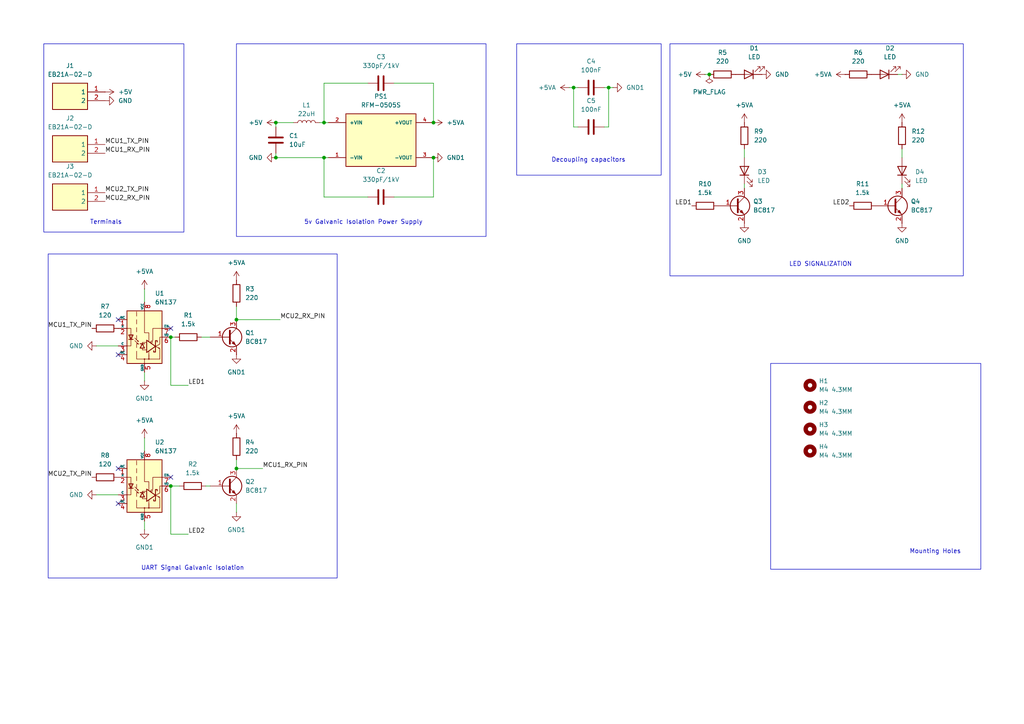
<source format=kicad_sch>
(kicad_sch
	(version 20231120)
	(generator "eeschema")
	(generator_version "8.0")
	(uuid "45ad78eb-09db-43ca-bc25-6198ce69f493")
	(paper "A4")
	(lib_symbols
		(symbol "Device:C"
			(pin_numbers hide)
			(pin_names
				(offset 0.254)
			)
			(exclude_from_sim no)
			(in_bom yes)
			(on_board yes)
			(property "Reference" "C"
				(at 0.635 2.54 0)
				(effects
					(font
						(size 1.27 1.27)
					)
					(justify left)
				)
			)
			(property "Value" "C"
				(at 0.635 -2.54 0)
				(effects
					(font
						(size 1.27 1.27)
					)
					(justify left)
				)
			)
			(property "Footprint" ""
				(at 0.9652 -3.81 0)
				(effects
					(font
						(size 1.27 1.27)
					)
					(hide yes)
				)
			)
			(property "Datasheet" "~"
				(at 0 0 0)
				(effects
					(font
						(size 1.27 1.27)
					)
					(hide yes)
				)
			)
			(property "Description" "Unpolarized capacitor"
				(at 0 0 0)
				(effects
					(font
						(size 1.27 1.27)
					)
					(hide yes)
				)
			)
			(property "ki_keywords" "cap capacitor"
				(at 0 0 0)
				(effects
					(font
						(size 1.27 1.27)
					)
					(hide yes)
				)
			)
			(property "ki_fp_filters" "C_*"
				(at 0 0 0)
				(effects
					(font
						(size 1.27 1.27)
					)
					(hide yes)
				)
			)
			(symbol "C_0_1"
				(polyline
					(pts
						(xy -2.032 -0.762) (xy 2.032 -0.762)
					)
					(stroke
						(width 0.508)
						(type default)
					)
					(fill
						(type none)
					)
				)
				(polyline
					(pts
						(xy -2.032 0.762) (xy 2.032 0.762)
					)
					(stroke
						(width 0.508)
						(type default)
					)
					(fill
						(type none)
					)
				)
			)
			(symbol "C_1_1"
				(pin passive line
					(at 0 3.81 270)
					(length 2.794)
					(name "~"
						(effects
							(font
								(size 1.27 1.27)
							)
						)
					)
					(number "1"
						(effects
							(font
								(size 1.27 1.27)
							)
						)
					)
				)
				(pin passive line
					(at 0 -3.81 90)
					(length 2.794)
					(name "~"
						(effects
							(font
								(size 1.27 1.27)
							)
						)
					)
					(number "2"
						(effects
							(font
								(size 1.27 1.27)
							)
						)
					)
				)
			)
		)
		(symbol "Device:L"
			(pin_numbers hide)
			(pin_names
				(offset 1.016) hide)
			(exclude_from_sim no)
			(in_bom yes)
			(on_board yes)
			(property "Reference" "L"
				(at -1.27 0 90)
				(effects
					(font
						(size 1.27 1.27)
					)
				)
			)
			(property "Value" "L"
				(at 1.905 0 90)
				(effects
					(font
						(size 1.27 1.27)
					)
				)
			)
			(property "Footprint" ""
				(at 0 0 0)
				(effects
					(font
						(size 1.27 1.27)
					)
					(hide yes)
				)
			)
			(property "Datasheet" "~"
				(at 0 0 0)
				(effects
					(font
						(size 1.27 1.27)
					)
					(hide yes)
				)
			)
			(property "Description" "Inductor"
				(at 0 0 0)
				(effects
					(font
						(size 1.27 1.27)
					)
					(hide yes)
				)
			)
			(property "ki_keywords" "inductor choke coil reactor magnetic"
				(at 0 0 0)
				(effects
					(font
						(size 1.27 1.27)
					)
					(hide yes)
				)
			)
			(property "ki_fp_filters" "Choke_* *Coil* Inductor_* L_*"
				(at 0 0 0)
				(effects
					(font
						(size 1.27 1.27)
					)
					(hide yes)
				)
			)
			(symbol "L_0_1"
				(arc
					(start 0 -2.54)
					(mid 0.6323 -1.905)
					(end 0 -1.27)
					(stroke
						(width 0)
						(type default)
					)
					(fill
						(type none)
					)
				)
				(arc
					(start 0 -1.27)
					(mid 0.6323 -0.635)
					(end 0 0)
					(stroke
						(width 0)
						(type default)
					)
					(fill
						(type none)
					)
				)
				(arc
					(start 0 0)
					(mid 0.6323 0.635)
					(end 0 1.27)
					(stroke
						(width 0)
						(type default)
					)
					(fill
						(type none)
					)
				)
				(arc
					(start 0 1.27)
					(mid 0.6323 1.905)
					(end 0 2.54)
					(stroke
						(width 0)
						(type default)
					)
					(fill
						(type none)
					)
				)
			)
			(symbol "L_1_1"
				(pin passive line
					(at 0 3.81 270)
					(length 1.27)
					(name "1"
						(effects
							(font
								(size 1.27 1.27)
							)
						)
					)
					(number "1"
						(effects
							(font
								(size 1.27 1.27)
							)
						)
					)
				)
				(pin passive line
					(at 0 -3.81 90)
					(length 1.27)
					(name "2"
						(effects
							(font
								(size 1.27 1.27)
							)
						)
					)
					(number "2"
						(effects
							(font
								(size 1.27 1.27)
							)
						)
					)
				)
			)
		)
		(symbol "Device:LED"
			(pin_numbers hide)
			(pin_names
				(offset 1.016) hide)
			(exclude_from_sim no)
			(in_bom yes)
			(on_board yes)
			(property "Reference" "D"
				(at 0 2.54 0)
				(effects
					(font
						(size 1.27 1.27)
					)
				)
			)
			(property "Value" "LED"
				(at 0 -2.54 0)
				(effects
					(font
						(size 1.27 1.27)
					)
				)
			)
			(property "Footprint" ""
				(at 0 0 0)
				(effects
					(font
						(size 1.27 1.27)
					)
					(hide yes)
				)
			)
			(property "Datasheet" "~"
				(at 0 0 0)
				(effects
					(font
						(size 1.27 1.27)
					)
					(hide yes)
				)
			)
			(property "Description" "Light emitting diode"
				(at 0 0 0)
				(effects
					(font
						(size 1.27 1.27)
					)
					(hide yes)
				)
			)
			(property "ki_keywords" "LED diode"
				(at 0 0 0)
				(effects
					(font
						(size 1.27 1.27)
					)
					(hide yes)
				)
			)
			(property "ki_fp_filters" "LED* LED_SMD:* LED_THT:*"
				(at 0 0 0)
				(effects
					(font
						(size 1.27 1.27)
					)
					(hide yes)
				)
			)
			(symbol "LED_0_1"
				(polyline
					(pts
						(xy -1.27 -1.27) (xy -1.27 1.27)
					)
					(stroke
						(width 0.254)
						(type default)
					)
					(fill
						(type none)
					)
				)
				(polyline
					(pts
						(xy -1.27 0) (xy 1.27 0)
					)
					(stroke
						(width 0)
						(type default)
					)
					(fill
						(type none)
					)
				)
				(polyline
					(pts
						(xy 1.27 -1.27) (xy 1.27 1.27) (xy -1.27 0) (xy 1.27 -1.27)
					)
					(stroke
						(width 0.254)
						(type default)
					)
					(fill
						(type none)
					)
				)
				(polyline
					(pts
						(xy -3.048 -0.762) (xy -4.572 -2.286) (xy -3.81 -2.286) (xy -4.572 -2.286) (xy -4.572 -1.524)
					)
					(stroke
						(width 0)
						(type default)
					)
					(fill
						(type none)
					)
				)
				(polyline
					(pts
						(xy -1.778 -0.762) (xy -3.302 -2.286) (xy -2.54 -2.286) (xy -3.302 -2.286) (xy -3.302 -1.524)
					)
					(stroke
						(width 0)
						(type default)
					)
					(fill
						(type none)
					)
				)
			)
			(symbol "LED_1_1"
				(pin passive line
					(at -3.81 0 0)
					(length 2.54)
					(name "K"
						(effects
							(font
								(size 1.27 1.27)
							)
						)
					)
					(number "1"
						(effects
							(font
								(size 1.27 1.27)
							)
						)
					)
				)
				(pin passive line
					(at 3.81 0 180)
					(length 2.54)
					(name "A"
						(effects
							(font
								(size 1.27 1.27)
							)
						)
					)
					(number "2"
						(effects
							(font
								(size 1.27 1.27)
							)
						)
					)
				)
			)
		)
		(symbol "Device:R"
			(pin_numbers hide)
			(pin_names
				(offset 0)
			)
			(exclude_from_sim no)
			(in_bom yes)
			(on_board yes)
			(property "Reference" "R"
				(at 2.032 0 90)
				(effects
					(font
						(size 1.27 1.27)
					)
				)
			)
			(property "Value" "R"
				(at 0 0 90)
				(effects
					(font
						(size 1.27 1.27)
					)
				)
			)
			(property "Footprint" ""
				(at -1.778 0 90)
				(effects
					(font
						(size 1.27 1.27)
					)
					(hide yes)
				)
			)
			(property "Datasheet" "~"
				(at 0 0 0)
				(effects
					(font
						(size 1.27 1.27)
					)
					(hide yes)
				)
			)
			(property "Description" "Resistor"
				(at 0 0 0)
				(effects
					(font
						(size 1.27 1.27)
					)
					(hide yes)
				)
			)
			(property "ki_keywords" "R res resistor"
				(at 0 0 0)
				(effects
					(font
						(size 1.27 1.27)
					)
					(hide yes)
				)
			)
			(property "ki_fp_filters" "R_*"
				(at 0 0 0)
				(effects
					(font
						(size 1.27 1.27)
					)
					(hide yes)
				)
			)
			(symbol "R_0_1"
				(rectangle
					(start -1.016 -2.54)
					(end 1.016 2.54)
					(stroke
						(width 0.254)
						(type default)
					)
					(fill
						(type none)
					)
				)
			)
			(symbol "R_1_1"
				(pin passive line
					(at 0 3.81 270)
					(length 1.27)
					(name "~"
						(effects
							(font
								(size 1.27 1.27)
							)
						)
					)
					(number "1"
						(effects
							(font
								(size 1.27 1.27)
							)
						)
					)
				)
				(pin passive line
					(at 0 -3.81 90)
					(length 1.27)
					(name "~"
						(effects
							(font
								(size 1.27 1.27)
							)
						)
					)
					(number "2"
						(effects
							(font
								(size 1.27 1.27)
							)
						)
					)
				)
			)
		)
		(symbol "EB21A-02-D:EB21A-02-D"
			(exclude_from_sim no)
			(in_bom yes)
			(on_board yes)
			(property "Reference" "J"
				(at 16.51 7.62 0)
				(effects
					(font
						(size 1.27 1.27)
					)
					(justify left top)
				)
			)
			(property "Value" "EB21A-02-D"
				(at 16.51 5.08 0)
				(effects
					(font
						(size 1.27 1.27)
					)
					(justify left top)
				)
			)
			(property "Footprint" "EB21A02D"
				(at 16.51 -94.92 0)
				(effects
					(font
						(size 1.27 1.27)
					)
					(justify left top)
					(hide yes)
				)
			)
			(property "Datasheet" "https://app.adam-tech.com/products/download/data_sheet/204112/eb21a-xx-d-data-sheet.pdf"
				(at 16.51 -194.92 0)
				(effects
					(font
						(size 1.27 1.27)
					)
					(justify left top)
					(hide yes)
				)
			)
			(property "Description" "2 Position Wire to Board Terminal Block Horizontal with Board 0.200\" (5.08mm) Through Hole"
				(at 0 0 0)
				(effects
					(font
						(size 1.27 1.27)
					)
					(hide yes)
				)
			)
			(property "Height" "10.5918"
				(at 16.51 -394.92 0)
				(effects
					(font
						(size 1.27 1.27)
					)
					(justify left top)
					(hide yes)
				)
			)
			(property "TME Electronic Components Part Number" ""
				(at 16.51 -494.92 0)
				(effects
					(font
						(size 1.27 1.27)
					)
					(justify left top)
					(hide yes)
				)
			)
			(property "TME Electronic Components Price/Stock" ""
				(at 16.51 -594.92 0)
				(effects
					(font
						(size 1.27 1.27)
					)
					(justify left top)
					(hide yes)
				)
			)
			(property "Manufacturer_Name" "Adam Tech"
				(at 16.51 -694.92 0)
				(effects
					(font
						(size 1.27 1.27)
					)
					(justify left top)
					(hide yes)
				)
			)
			(property "Manufacturer_Part_Number" "EB21A-02-D"
				(at 16.51 -794.92 0)
				(effects
					(font
						(size 1.27 1.27)
					)
					(justify left top)
					(hide yes)
				)
			)
			(symbol "EB21A-02-D_1_1"
				(rectangle
					(start 5.08 2.54)
					(end 15.24 -5.08)
					(stroke
						(width 0.254)
						(type default)
					)
					(fill
						(type background)
					)
				)
				(pin passive line
					(at 0 -2.54 0)
					(length 5.08)
					(name "1"
						(effects
							(font
								(size 1.27 1.27)
							)
						)
					)
					(number "1"
						(effects
							(font
								(size 1.27 1.27)
							)
						)
					)
				)
				(pin passive line
					(at 0 0 0)
					(length 5.08)
					(name "2"
						(effects
							(font
								(size 1.27 1.27)
							)
						)
					)
					(number "2"
						(effects
							(font
								(size 1.27 1.27)
							)
						)
					)
				)
			)
		)
		(symbol "Isolator:6N137"
			(pin_names
				(offset 0)
			)
			(exclude_from_sim no)
			(in_bom yes)
			(on_board yes)
			(property "Reference" "U"
				(at -4.064 8.89 0)
				(effects
					(font
						(size 1.27 1.27)
					)
				)
			)
			(property "Value" "6N137"
				(at 0 -8.89 0)
				(effects
					(font
						(size 1.27 1.27)
					)
				)
			)
			(property "Footprint" "Package_DIP:DIP-8_W7.62mm"
				(at 0 -12.7 0)
				(effects
					(font
						(size 1.27 1.27)
					)
					(hide yes)
				)
			)
			(property "Datasheet" "https://docs.broadcom.com/docs/AV02-0940EN"
				(at -21.59 13.97 0)
				(effects
					(font
						(size 1.27 1.27)
					)
					(hide yes)
				)
			)
			(property "Description" "Single High Speed LSTTL/TTL Compatible Optocoupler with enable, dV/dt 1000/us, VCM 10, max 7V VCC, DIP-8"
				(at 0 0 0)
				(effects
					(font
						(size 1.27 1.27)
					)
					(hide yes)
				)
			)
			(property "ki_keywords" "High speed optically coupled gates enable"
				(at 0 0 0)
				(effects
					(font
						(size 1.27 1.27)
					)
					(hide yes)
				)
			)
			(property "ki_fp_filters" "DIP*W7.62mm*"
				(at 0 0 0)
				(effects
					(font
						(size 1.27 1.27)
					)
					(hide yes)
				)
			)
			(symbol "6N137_0_1"
				(polyline
					(pts
						(xy 0 -6.35) (xy -2.286 -6.35) (xy -2.286 -4.064)
					)
					(stroke
						(width 0)
						(type default)
					)
					(fill
						(type none)
					)
				)
				(polyline
					(pts
						(xy -5.08 -2.54) (xy -3.937 -2.54) (xy -3.937 2.54) (xy -5.08 2.54)
					)
					(stroke
						(width 0)
						(type default)
					)
					(fill
						(type none)
					)
				)
				(polyline
					(pts
						(xy 1.27 -5.08) (xy 1.27 -6.35) (xy 0 -6.35) (xy 0 -7.62)
					)
					(stroke
						(width 0)
						(type default)
					)
					(fill
						(type none)
					)
				)
				(polyline
					(pts
						(xy 3.175 -2.667) (xy 0.635 -4.445) (xy 0.635 -0.889) (xy 3.175 -2.667)
					)
					(stroke
						(width 0.254)
						(type default)
					)
					(fill
						(type none)
					)
				)
				(polyline
					(pts
						(xy -2.794 -1.016) (xy -1.717 -2.093) (xy -2.076 -1.914) (xy -1.896 -1.734) (xy -1.717 -2.093)
					)
					(stroke
						(width 0)
						(type default)
					)
					(fill
						(type none)
					)
				)
				(polyline
					(pts
						(xy -2.794 -0.254) (xy -1.717 -1.331) (xy -2.076 -1.152) (xy -1.896 -0.972) (xy -1.717 -1.331)
					)
					(stroke
						(width 0)
						(type default)
					)
					(fill
						(type none)
					)
				)
			)
			(symbol "6N137_1_1"
				(rectangle
					(start -5.08 7.62)
					(end 5.08 -7.62)
					(stroke
						(width 0.254)
						(type default)
					)
					(fill
						(type background)
					)
				)
				(circle
					(center 0 -6.35)
					(radius 0.127)
					(stroke
						(width 0)
						(type default)
					)
					(fill
						(type outline)
					)
				)
				(polyline
					(pts
						(xy -4.572 -0.635) (xy -3.302 -0.635)
					)
					(stroke
						(width 0.254)
						(type default)
					)
					(fill
						(type none)
					)
				)
				(polyline
					(pts
						(xy -2.286 -1.778) (xy -2.286 -3.048)
					)
					(stroke
						(width 0)
						(type default)
					)
					(fill
						(type none)
					)
				)
				(polyline
					(pts
						(xy -2.286 0.508) (xy -2.286 -0.762)
					)
					(stroke
						(width 0)
						(type default)
					)
					(fill
						(type none)
					)
				)
				(polyline
					(pts
						(xy -2.286 2.794) (xy -2.286 1.524)
					)
					(stroke
						(width 0)
						(type default)
					)
					(fill
						(type none)
					)
				)
				(polyline
					(pts
						(xy -2.286 5.08) (xy -2.286 3.81)
					)
					(stroke
						(width 0)
						(type default)
					)
					(fill
						(type none)
					)
				)
				(polyline
					(pts
						(xy -2.286 7.366) (xy -2.286 6.096)
					)
					(stroke
						(width 0)
						(type default)
					)
					(fill
						(type none)
					)
				)
				(polyline
					(pts
						(xy -1.27 -1.905) (xy 0 -1.905)
					)
					(stroke
						(width 0.254)
						(type default)
					)
					(fill
						(type none)
					)
				)
				(polyline
					(pts
						(xy -0.635 -3.302) (xy -0.635 -3.683) (xy 0.635 -3.683)
					)
					(stroke
						(width 0)
						(type default)
					)
					(fill
						(type none)
					)
				)
				(polyline
					(pts
						(xy -0.635 -1.905) (xy -0.635 -1.524) (xy 0.508 -1.524)
					)
					(stroke
						(width 0)
						(type default)
					)
					(fill
						(type none)
					)
				)
				(polyline
					(pts
						(xy 1.27 -4.064) (xy 1.27 -6.35) (xy 4.445 -6.35)
					)
					(stroke
						(width 0)
						(type default)
					)
					(fill
						(type none)
					)
				)
				(polyline
					(pts
						(xy 3.175 -2.667) (xy 4.445 -3.302) (xy 4.445 -6.35)
					)
					(stroke
						(width 0)
						(type default)
					)
					(fill
						(type none)
					)
				)
				(polyline
					(pts
						(xy -3.937 -0.635) (xy -4.572 0.635) (xy -3.302 0.635) (xy -3.937 -0.635)
					)
					(stroke
						(width 0.254)
						(type default)
					)
					(fill
						(type none)
					)
				)
				(polyline
					(pts
						(xy -0.635 -1.905) (xy -1.27 -3.175) (xy 0 -3.175) (xy -0.635 -1.905)
					)
					(stroke
						(width 0.254)
						(type default)
					)
					(fill
						(type none)
					)
				)
				(polyline
					(pts
						(xy 1.27 -1.27) (xy 1.27 1.27) (xy 0 1.27) (xy 0 7.62)
					)
					(stroke
						(width 0)
						(type default)
					)
					(fill
						(type none)
					)
				)
				(polyline
					(pts
						(xy 2.1844 -1.1684) (xy 2.413 -0.889) (xy 2.413 2.54) (xy 5.08 2.54)
					)
					(stroke
						(width 0)
						(type default)
					)
					(fill
						(type none)
					)
				)
				(polyline
					(pts
						(xy 3.175 -2.667) (xy 3.175 -4.318) (xy 2.667 -4.318) (xy 2.667 -3.937)
					)
					(stroke
						(width 0.254)
						(type default)
					)
					(fill
						(type none)
					)
				)
				(polyline
					(pts
						(xy 3.175 -2.667) (xy 3.175 -1.016) (xy 3.683 -1.016) (xy 3.683 -1.397)
					)
					(stroke
						(width 0.254)
						(type default)
					)
					(fill
						(type none)
					)
				)
				(polyline
					(pts
						(xy 3.175 -2.667) (xy 4.445 -2.032) (xy 4.445 0) (xy 5.08 0)
					)
					(stroke
						(width 0)
						(type default)
					)
					(fill
						(type none)
					)
				)
				(polyline
					(pts
						(xy 4.445 -3.302) (xy 4.161 -3.018) (xy 4.047 -3.246) (xy 4.445 -3.302)
					)
					(stroke
						(width 0.127)
						(type default)
					)
					(fill
						(type outline)
					)
				)
				(circle
					(center 1.27 -6.35)
					(radius 0.127)
					(stroke
						(width 0)
						(type default)
					)
					(fill
						(type outline)
					)
				)
				(circle
					(center 2.032 -1.397)
					(radius 0.254)
					(stroke
						(width 0)
						(type default)
					)
					(fill
						(type none)
					)
				)
				(pin passive line
					(at -7.62 5.08 0)
					(length 2.54)
					(name "NC"
						(effects
							(font
								(size 0.635 0.635)
							)
						)
					)
					(number "1"
						(effects
							(font
								(size 1.27 1.27)
							)
						)
					)
				)
				(pin passive line
					(at -7.62 2.54 0)
					(length 2.54)
					(name "A"
						(effects
							(font
								(size 0.635 0.635)
							)
						)
					)
					(number "2"
						(effects
							(font
								(size 1.27 1.27)
							)
						)
					)
				)
				(pin passive line
					(at -7.62 -2.54 0)
					(length 2.54)
					(name "C"
						(effects
							(font
								(size 0.635 0.635)
							)
						)
					)
					(number "3"
						(effects
							(font
								(size 1.27 1.27)
							)
						)
					)
				)
				(pin passive line
					(at -7.62 -5.08 0)
					(length 2.54)
					(name "NC"
						(effects
							(font
								(size 0.635 0.635)
							)
						)
					)
					(number "4"
						(effects
							(font
								(size 1.27 1.27)
							)
						)
					)
				)
				(pin power_in line
					(at 0 -10.16 90)
					(length 2.54)
					(name "GND"
						(effects
							(font
								(size 0.635 0.635)
							)
						)
					)
					(number "5"
						(effects
							(font
								(size 1.27 1.27)
							)
						)
					)
				)
				(pin open_collector line
					(at 7.62 0 180)
					(length 2.54)
					(name "VO"
						(effects
							(font
								(size 0.635 0.635)
							)
						)
					)
					(number "6"
						(effects
							(font
								(size 1.27 1.27)
							)
						)
					)
				)
				(pin input line
					(at 7.62 2.54 180)
					(length 2.54)
					(name "EN"
						(effects
							(font
								(size 0.635 0.635)
							)
						)
					)
					(number "7"
						(effects
							(font
								(size 1.27 1.27)
							)
						)
					)
				)
				(pin power_in line
					(at 0 10.16 270)
					(length 2.54)
					(name "VCC"
						(effects
							(font
								(size 0.635 0.635)
							)
						)
					)
					(number "8"
						(effects
							(font
								(size 1.27 1.27)
							)
						)
					)
				)
			)
		)
		(symbol "Mechanical:MountingHole"
			(pin_names
				(offset 1.016)
			)
			(exclude_from_sim yes)
			(in_bom no)
			(on_board yes)
			(property "Reference" "H"
				(at 0 5.08 0)
				(effects
					(font
						(size 1.27 1.27)
					)
				)
			)
			(property "Value" "MountingHole"
				(at 0 3.175 0)
				(effects
					(font
						(size 1.27 1.27)
					)
				)
			)
			(property "Footprint" ""
				(at 0 0 0)
				(effects
					(font
						(size 1.27 1.27)
					)
					(hide yes)
				)
			)
			(property "Datasheet" "~"
				(at 0 0 0)
				(effects
					(font
						(size 1.27 1.27)
					)
					(hide yes)
				)
			)
			(property "Description" "Mounting Hole without connection"
				(at 0 0 0)
				(effects
					(font
						(size 1.27 1.27)
					)
					(hide yes)
				)
			)
			(property "ki_keywords" "mounting hole"
				(at 0 0 0)
				(effects
					(font
						(size 1.27 1.27)
					)
					(hide yes)
				)
			)
			(property "ki_fp_filters" "MountingHole*"
				(at 0 0 0)
				(effects
					(font
						(size 1.27 1.27)
					)
					(hide yes)
				)
			)
			(symbol "MountingHole_0_1"
				(circle
					(center 0 0)
					(radius 1.27)
					(stroke
						(width 1.27)
						(type default)
					)
					(fill
						(type none)
					)
				)
			)
		)
		(symbol "RFM-0505S:RFM-0505S"
			(pin_names
				(offset 1.016)
			)
			(exclude_from_sim no)
			(in_bom yes)
			(on_board yes)
			(property "Reference" "PS"
				(at -10.16 8.89 0)
				(effects
					(font
						(size 1.27 1.27)
					)
					(justify left bottom)
				)
			)
			(property "Value" "RFM-0505S"
				(at -10.16 -10.16 0)
				(effects
					(font
						(size 1.27 1.27)
					)
					(justify left bottom)
				)
			)
			(property "Footprint" "RFM-0505S:CONV_RFM-0505S"
				(at 0 0 0)
				(effects
					(font
						(size 1.27 1.27)
					)
					(justify bottom)
					(hide yes)
				)
			)
			(property "Datasheet" ""
				(at 0 0 0)
				(effects
					(font
						(size 1.27 1.27)
					)
					(hide yes)
				)
			)
			(property "Description" ""
				(at 0 0 0)
				(effects
					(font
						(size 1.27 1.27)
					)
					(hide yes)
				)
			)
			(property "MF" "Recom Power"
				(at 0 0 0)
				(effects
					(font
						(size 1.27 1.27)
					)
					(justify bottom)
					(hide yes)
				)
			)
			(property "MAXIMUM_PACKAGE_HEIGHT" "10mm"
				(at 0 0 0)
				(effects
					(font
						(size 1.27 1.27)
					)
					(justify bottom)
					(hide yes)
				)
			)
			(property "Package" "SIP-4 Recom Power"
				(at 0 0 0)
				(effects
					(font
						(size 1.27 1.27)
					)
					(justify bottom)
					(hide yes)
				)
			)
			(property "Price" "None"
				(at 0 0 0)
				(effects
					(font
						(size 1.27 1.27)
					)
					(justify bottom)
					(hide yes)
				)
			)
			(property "Check_prices" "https://www.snapeda.com/parts/RFM-0505S/Recom+Power/view-part/?ref=eda"
				(at 0 0 0)
				(effects
					(font
						(size 1.27 1.27)
					)
					(justify bottom)
					(hide yes)
				)
			)
			(property "STANDARD" "Manufacturer Recommendations"
				(at 0 0 0)
				(effects
					(font
						(size 1.27 1.27)
					)
					(justify bottom)
					(hide yes)
				)
			)
			(property "PARTREV" "0"
				(at 0 0 0)
				(effects
					(font
						(size 1.27 1.27)
					)
					(justify bottom)
					(hide yes)
				)
			)
			(property "SnapEDA_Link" "https://www.snapeda.com/parts/RFM-0505S/Recom+Power/view-part/?ref=snap"
				(at 0 0 0)
				(effects
					(font
						(size 1.27 1.27)
					)
					(justify bottom)
					(hide yes)
				)
			)
			(property "MP" "RFM-0505S"
				(at 0 0 0)
				(effects
					(font
						(size 1.27 1.27)
					)
					(justify bottom)
					(hide yes)
				)
			)
			(property "Purchase-URL" "https://www.snapeda.com/api/url_track_click_mouser/?unipart_id=2771046&manufacturer=Recom Power&part_name=RFM-0505S&search_term=none"
				(at 0 0 0)
				(effects
					(font
						(size 1.27 1.27)
					)
					(justify bottom)
					(hide yes)
				)
			)
			(property "Description_1" "\nDC-DC Converter, SIP4, 1kV unreg, Single Output, 1W, 5V Out, RFM Series | RECOM Power Inc. RFM-0505S\n"
				(at 0 0 0)
				(effects
					(font
						(size 1.27 1.27)
					)
					(justify bottom)
					(hide yes)
				)
			)
			(property "Availability" "In Stock"
				(at 0 0 0)
				(effects
					(font
						(size 1.27 1.27)
					)
					(justify bottom)
					(hide yes)
				)
			)
			(property "MANUFACTURER" "Recom"
				(at 0 0 0)
				(effects
					(font
						(size 1.27 1.27)
					)
					(justify bottom)
					(hide yes)
				)
			)
			(symbol "RFM-0505S_0_0"
				(rectangle
					(start -10.16 -7.62)
					(end 10.16 7.62)
					(stroke
						(width 0.254)
						(type default)
					)
					(fill
						(type background)
					)
				)
				(pin input line
					(at -15.24 -5.08 0)
					(length 5.08)
					(name "-VIN"
						(effects
							(font
								(size 1.016 1.016)
							)
						)
					)
					(number "1"
						(effects
							(font
								(size 1.016 1.016)
							)
						)
					)
				)
				(pin input line
					(at -15.24 5.08 0)
					(length 5.08)
					(name "+VIN"
						(effects
							(font
								(size 1.016 1.016)
							)
						)
					)
					(number "2"
						(effects
							(font
								(size 1.016 1.016)
							)
						)
					)
				)
				(pin output line
					(at 15.24 -5.08 180)
					(length 5.08)
					(name "-VOUT"
						(effects
							(font
								(size 1.016 1.016)
							)
						)
					)
					(number "3"
						(effects
							(font
								(size 1.016 1.016)
							)
						)
					)
				)
				(pin output line
					(at 15.24 5.08 180)
					(length 5.08)
					(name "+VOUT"
						(effects
							(font
								(size 1.016 1.016)
							)
						)
					)
					(number "4"
						(effects
							(font
								(size 1.016 1.016)
							)
						)
					)
				)
			)
		)
		(symbol "Transistor_BJT:BC817"
			(pin_names
				(offset 0) hide)
			(exclude_from_sim no)
			(in_bom yes)
			(on_board yes)
			(property "Reference" "Q"
				(at 5.08 1.905 0)
				(effects
					(font
						(size 1.27 1.27)
					)
					(justify left)
				)
			)
			(property "Value" "BC817"
				(at 5.08 0 0)
				(effects
					(font
						(size 1.27 1.27)
					)
					(justify left)
				)
			)
			(property "Footprint" "Package_TO_SOT_SMD:SOT-23"
				(at 5.08 -1.905 0)
				(effects
					(font
						(size 1.27 1.27)
						(italic yes)
					)
					(justify left)
					(hide yes)
				)
			)
			(property "Datasheet" "https://www.onsemi.com/pub/Collateral/BC818-D.pdf"
				(at 0 0 0)
				(effects
					(font
						(size 1.27 1.27)
					)
					(justify left)
					(hide yes)
				)
			)
			(property "Description" "0.8A Ic, 45V Vce, NPN Transistor, SOT-23"
				(at 0 0 0)
				(effects
					(font
						(size 1.27 1.27)
					)
					(hide yes)
				)
			)
			(property "ki_keywords" "NPN Transistor"
				(at 0 0 0)
				(effects
					(font
						(size 1.27 1.27)
					)
					(hide yes)
				)
			)
			(property "ki_fp_filters" "SOT?23*"
				(at 0 0 0)
				(effects
					(font
						(size 1.27 1.27)
					)
					(hide yes)
				)
			)
			(symbol "BC817_0_1"
				(polyline
					(pts
						(xy 0.635 0.635) (xy 2.54 2.54)
					)
					(stroke
						(width 0)
						(type default)
					)
					(fill
						(type none)
					)
				)
				(polyline
					(pts
						(xy 0.635 -0.635) (xy 2.54 -2.54) (xy 2.54 -2.54)
					)
					(stroke
						(width 0)
						(type default)
					)
					(fill
						(type none)
					)
				)
				(polyline
					(pts
						(xy 0.635 1.905) (xy 0.635 -1.905) (xy 0.635 -1.905)
					)
					(stroke
						(width 0.508)
						(type default)
					)
					(fill
						(type none)
					)
				)
				(polyline
					(pts
						(xy 1.27 -1.778) (xy 1.778 -1.27) (xy 2.286 -2.286) (xy 1.27 -1.778) (xy 1.27 -1.778)
					)
					(stroke
						(width 0)
						(type default)
					)
					(fill
						(type outline)
					)
				)
				(circle
					(center 1.27 0)
					(radius 2.8194)
					(stroke
						(width 0.254)
						(type default)
					)
					(fill
						(type none)
					)
				)
			)
			(symbol "BC817_1_1"
				(pin input line
					(at -5.08 0 0)
					(length 5.715)
					(name "B"
						(effects
							(font
								(size 1.27 1.27)
							)
						)
					)
					(number "1"
						(effects
							(font
								(size 1.27 1.27)
							)
						)
					)
				)
				(pin passive line
					(at 2.54 -5.08 90)
					(length 2.54)
					(name "E"
						(effects
							(font
								(size 1.27 1.27)
							)
						)
					)
					(number "2"
						(effects
							(font
								(size 1.27 1.27)
							)
						)
					)
				)
				(pin passive line
					(at 2.54 5.08 270)
					(length 2.54)
					(name "C"
						(effects
							(font
								(size 1.27 1.27)
							)
						)
					)
					(number "3"
						(effects
							(font
								(size 1.27 1.27)
							)
						)
					)
				)
			)
		)
		(symbol "power:+5V"
			(power)
			(pin_numbers hide)
			(pin_names
				(offset 0) hide)
			(exclude_from_sim no)
			(in_bom yes)
			(on_board yes)
			(property "Reference" "#PWR"
				(at 0 -3.81 0)
				(effects
					(font
						(size 1.27 1.27)
					)
					(hide yes)
				)
			)
			(property "Value" "+5V"
				(at 0 3.556 0)
				(effects
					(font
						(size 1.27 1.27)
					)
				)
			)
			(property "Footprint" ""
				(at 0 0 0)
				(effects
					(font
						(size 1.27 1.27)
					)
					(hide yes)
				)
			)
			(property "Datasheet" ""
				(at 0 0 0)
				(effects
					(font
						(size 1.27 1.27)
					)
					(hide yes)
				)
			)
			(property "Description" "Power symbol creates a global label with name \"+5V\""
				(at 0 0 0)
				(effects
					(font
						(size 1.27 1.27)
					)
					(hide yes)
				)
			)
			(property "ki_keywords" "global power"
				(at 0 0 0)
				(effects
					(font
						(size 1.27 1.27)
					)
					(hide yes)
				)
			)
			(symbol "+5V_0_1"
				(polyline
					(pts
						(xy -0.762 1.27) (xy 0 2.54)
					)
					(stroke
						(width 0)
						(type default)
					)
					(fill
						(type none)
					)
				)
				(polyline
					(pts
						(xy 0 0) (xy 0 2.54)
					)
					(stroke
						(width 0)
						(type default)
					)
					(fill
						(type none)
					)
				)
				(polyline
					(pts
						(xy 0 2.54) (xy 0.762 1.27)
					)
					(stroke
						(width 0)
						(type default)
					)
					(fill
						(type none)
					)
				)
			)
			(symbol "+5V_1_1"
				(pin power_in line
					(at 0 0 90)
					(length 0)
					(name "~"
						(effects
							(font
								(size 1.27 1.27)
							)
						)
					)
					(number "1"
						(effects
							(font
								(size 1.27 1.27)
							)
						)
					)
				)
			)
		)
		(symbol "power:+5VA"
			(power)
			(pin_numbers hide)
			(pin_names
				(offset 0) hide)
			(exclude_from_sim no)
			(in_bom yes)
			(on_board yes)
			(property "Reference" "#PWR"
				(at 0 -3.81 0)
				(effects
					(font
						(size 1.27 1.27)
					)
					(hide yes)
				)
			)
			(property "Value" "+5VA"
				(at 0 3.556 0)
				(effects
					(font
						(size 1.27 1.27)
					)
				)
			)
			(property "Footprint" ""
				(at 0 0 0)
				(effects
					(font
						(size 1.27 1.27)
					)
					(hide yes)
				)
			)
			(property "Datasheet" ""
				(at 0 0 0)
				(effects
					(font
						(size 1.27 1.27)
					)
					(hide yes)
				)
			)
			(property "Description" "Power symbol creates a global label with name \"+5VA\""
				(at 0 0 0)
				(effects
					(font
						(size 1.27 1.27)
					)
					(hide yes)
				)
			)
			(property "ki_keywords" "global power"
				(at 0 0 0)
				(effects
					(font
						(size 1.27 1.27)
					)
					(hide yes)
				)
			)
			(symbol "+5VA_0_1"
				(polyline
					(pts
						(xy -0.762 1.27) (xy 0 2.54)
					)
					(stroke
						(width 0)
						(type default)
					)
					(fill
						(type none)
					)
				)
				(polyline
					(pts
						(xy 0 0) (xy 0 2.54)
					)
					(stroke
						(width 0)
						(type default)
					)
					(fill
						(type none)
					)
				)
				(polyline
					(pts
						(xy 0 2.54) (xy 0.762 1.27)
					)
					(stroke
						(width 0)
						(type default)
					)
					(fill
						(type none)
					)
				)
			)
			(symbol "+5VA_1_1"
				(pin power_in line
					(at 0 0 90)
					(length 0)
					(name "~"
						(effects
							(font
								(size 1.27 1.27)
							)
						)
					)
					(number "1"
						(effects
							(font
								(size 1.27 1.27)
							)
						)
					)
				)
			)
		)
		(symbol "power:GND"
			(power)
			(pin_numbers hide)
			(pin_names
				(offset 0) hide)
			(exclude_from_sim no)
			(in_bom yes)
			(on_board yes)
			(property "Reference" "#PWR"
				(at 0 -6.35 0)
				(effects
					(font
						(size 1.27 1.27)
					)
					(hide yes)
				)
			)
			(property "Value" "GND"
				(at 0 -3.81 0)
				(effects
					(font
						(size 1.27 1.27)
					)
				)
			)
			(property "Footprint" ""
				(at 0 0 0)
				(effects
					(font
						(size 1.27 1.27)
					)
					(hide yes)
				)
			)
			(property "Datasheet" ""
				(at 0 0 0)
				(effects
					(font
						(size 1.27 1.27)
					)
					(hide yes)
				)
			)
			(property "Description" "Power symbol creates a global label with name \"GND\" , ground"
				(at 0 0 0)
				(effects
					(font
						(size 1.27 1.27)
					)
					(hide yes)
				)
			)
			(property "ki_keywords" "global power"
				(at 0 0 0)
				(effects
					(font
						(size 1.27 1.27)
					)
					(hide yes)
				)
			)
			(symbol "GND_0_1"
				(polyline
					(pts
						(xy 0 0) (xy 0 -1.27) (xy 1.27 -1.27) (xy 0 -2.54) (xy -1.27 -1.27) (xy 0 -1.27)
					)
					(stroke
						(width 0)
						(type default)
					)
					(fill
						(type none)
					)
				)
			)
			(symbol "GND_1_1"
				(pin power_in line
					(at 0 0 270)
					(length 0)
					(name "~"
						(effects
							(font
								(size 1.27 1.27)
							)
						)
					)
					(number "1"
						(effects
							(font
								(size 1.27 1.27)
							)
						)
					)
				)
			)
		)
		(symbol "power:GND1"
			(power)
			(pin_numbers hide)
			(pin_names
				(offset 0) hide)
			(exclude_from_sim no)
			(in_bom yes)
			(on_board yes)
			(property "Reference" "#PWR"
				(at 0 -6.35 0)
				(effects
					(font
						(size 1.27 1.27)
					)
					(hide yes)
				)
			)
			(property "Value" "GND1"
				(at 0 -3.81 0)
				(effects
					(font
						(size 1.27 1.27)
					)
				)
			)
			(property "Footprint" ""
				(at 0 0 0)
				(effects
					(font
						(size 1.27 1.27)
					)
					(hide yes)
				)
			)
			(property "Datasheet" ""
				(at 0 0 0)
				(effects
					(font
						(size 1.27 1.27)
					)
					(hide yes)
				)
			)
			(property "Description" "Power symbol creates a global label with name \"GND1\" , ground"
				(at 0 0 0)
				(effects
					(font
						(size 1.27 1.27)
					)
					(hide yes)
				)
			)
			(property "ki_keywords" "global power"
				(at 0 0 0)
				(effects
					(font
						(size 1.27 1.27)
					)
					(hide yes)
				)
			)
			(symbol "GND1_0_1"
				(polyline
					(pts
						(xy 0 0) (xy 0 -1.27) (xy 1.27 -1.27) (xy 0 -2.54) (xy -1.27 -1.27) (xy 0 -1.27)
					)
					(stroke
						(width 0)
						(type default)
					)
					(fill
						(type none)
					)
				)
			)
			(symbol "GND1_1_1"
				(pin power_in line
					(at 0 0 270)
					(length 0)
					(name "~"
						(effects
							(font
								(size 1.27 1.27)
							)
						)
					)
					(number "1"
						(effects
							(font
								(size 1.27 1.27)
							)
						)
					)
				)
			)
		)
		(symbol "power:PWR_FLAG"
			(power)
			(pin_numbers hide)
			(pin_names
				(offset 0) hide)
			(exclude_from_sim no)
			(in_bom yes)
			(on_board yes)
			(property "Reference" "#FLG"
				(at 0 1.905 0)
				(effects
					(font
						(size 1.27 1.27)
					)
					(hide yes)
				)
			)
			(property "Value" "PWR_FLAG"
				(at 0 3.81 0)
				(effects
					(font
						(size 1.27 1.27)
					)
				)
			)
			(property "Footprint" ""
				(at 0 0 0)
				(effects
					(font
						(size 1.27 1.27)
					)
					(hide yes)
				)
			)
			(property "Datasheet" "~"
				(at 0 0 0)
				(effects
					(font
						(size 1.27 1.27)
					)
					(hide yes)
				)
			)
			(property "Description" "Special symbol for telling ERC where power comes from"
				(at 0 0 0)
				(effects
					(font
						(size 1.27 1.27)
					)
					(hide yes)
				)
			)
			(property "ki_keywords" "flag power"
				(at 0 0 0)
				(effects
					(font
						(size 1.27 1.27)
					)
					(hide yes)
				)
			)
			(symbol "PWR_FLAG_0_0"
				(pin power_out line
					(at 0 0 90)
					(length 0)
					(name "~"
						(effects
							(font
								(size 1.27 1.27)
							)
						)
					)
					(number "1"
						(effects
							(font
								(size 1.27 1.27)
							)
						)
					)
				)
			)
			(symbol "PWR_FLAG_0_1"
				(polyline
					(pts
						(xy 0 0) (xy 0 1.27) (xy -1.016 1.905) (xy 0 2.54) (xy 1.016 1.905) (xy 0 1.27)
					)
					(stroke
						(width 0)
						(type default)
					)
					(fill
						(type none)
					)
				)
			)
		)
	)
	(junction
		(at 49.53 97.79)
		(diameter 0)
		(color 0 0 0 0)
		(uuid "26770510-1219-4ba4-aa02-b5de863e5cf0")
	)
	(junction
		(at 125.73 45.72)
		(diameter 0)
		(color 0 0 0 0)
		(uuid "3c1b54df-f1c8-401b-8f71-6ee6c1397f4d")
	)
	(junction
		(at 68.58 92.71)
		(diameter 0)
		(color 0 0 0 0)
		(uuid "41f2e5d4-cc99-4da2-86bd-f3636b2c2d1b")
	)
	(junction
		(at 125.73 35.56)
		(diameter 0)
		(color 0 0 0 0)
		(uuid "55b58494-93df-4d51-abc0-1c85cad665f0")
	)
	(junction
		(at 80.01 45.72)
		(diameter 0)
		(color 0 0 0 0)
		(uuid "56e5c7ad-eb54-4c59-a494-929801cec740")
	)
	(junction
		(at 166.37 25.4)
		(diameter 0)
		(color 0 0 0 0)
		(uuid "75bce7f7-5789-4471-82d4-0e7885d9f8e6")
	)
	(junction
		(at 93.98 45.72)
		(diameter 0)
		(color 0 0 0 0)
		(uuid "8d34488d-ed4d-477c-b9ec-97aad8edbdd4")
	)
	(junction
		(at 93.98 35.56)
		(diameter 0)
		(color 0 0 0 0)
		(uuid "90556b52-1a5d-4e2d-b348-135e6bea3d33")
	)
	(junction
		(at 176.53 25.4)
		(diameter 0)
		(color 0 0 0 0)
		(uuid "99376d0d-58c3-4613-81ac-55023c99bccf")
	)
	(junction
		(at 68.58 135.89)
		(diameter 0)
		(color 0 0 0 0)
		(uuid "cfa35796-9d09-47fc-a217-68c3cd25c4cd")
	)
	(junction
		(at 49.53 140.97)
		(diameter 0)
		(color 0 0 0 0)
		(uuid "db05521a-289a-4df9-a410-3d40bfa5d9a5")
	)
	(junction
		(at 80.01 35.56)
		(diameter 0)
		(color 0 0 0 0)
		(uuid "eb679d8e-d98b-4a96-9d3b-f94e8c77b53a")
	)
	(junction
		(at 205.74 21.59)
		(diameter 0)
		(color 0 0 0 0)
		(uuid "ec18e2d5-4a27-4216-acc4-064e559c78a4")
	)
	(no_connect
		(at 34.29 92.71)
		(uuid "4699448a-1d33-4b52-97cd-3267f3cf133f")
	)
	(no_connect
		(at 34.29 135.89)
		(uuid "8625395c-488a-4d13-b4d0-81c7e0edf122")
	)
	(no_connect
		(at 49.53 138.43)
		(uuid "8d8cd8d6-f85c-4e75-9713-e27fe7bc2347")
	)
	(no_connect
		(at 49.53 95.25)
		(uuid "a9186f84-f866-4cf6-82c5-c7b77165d8ad")
	)
	(no_connect
		(at 34.29 102.87)
		(uuid "cc4b8a23-bc59-4831-ae3e-9782e3019cd6")
	)
	(no_connect
		(at 34.29 146.05)
		(uuid "d79980f0-891d-42a0-9d88-2a7f159f6899")
	)
	(wire
		(pts
			(xy 215.9 43.18) (xy 215.9 45.72)
		)
		(stroke
			(width 0)
			(type default)
		)
		(uuid "13086c8f-2c25-414b-a0ae-979e5e5c43e3")
	)
	(wire
		(pts
			(xy 106.68 24.13) (xy 93.98 24.13)
		)
		(stroke
			(width 0)
			(type default)
		)
		(uuid "19257163-7872-4f9b-ac37-bc3bf7988ca6")
	)
	(wire
		(pts
			(xy 175.26 36.83) (xy 176.53 36.83)
		)
		(stroke
			(width 0)
			(type default)
		)
		(uuid "1d1e19cb-8e72-4639-adb6-035675787c93")
	)
	(wire
		(pts
			(xy 49.53 154.94) (xy 54.61 154.94)
		)
		(stroke
			(width 0)
			(type default)
		)
		(uuid "2515a76b-94fb-4b91-9554-16a9ff237b4c")
	)
	(wire
		(pts
			(xy 27.94 100.33) (xy 34.29 100.33)
		)
		(stroke
			(width 0)
			(type default)
		)
		(uuid "279de667-d2c0-41ec-a6a9-fd3ecf6e2b02")
	)
	(wire
		(pts
			(xy 60.96 97.79) (xy 58.42 97.79)
		)
		(stroke
			(width 0)
			(type default)
		)
		(uuid "28421014-271a-4f4a-a430-abe21842ea7c")
	)
	(wire
		(pts
			(xy 261.62 53.34) (xy 261.62 54.61)
		)
		(stroke
			(width 0)
			(type default)
		)
		(uuid "2c705d40-463f-47d9-855b-17ddcbcab704")
	)
	(wire
		(pts
			(xy 114.3 24.13) (xy 125.73 24.13)
		)
		(stroke
			(width 0)
			(type default)
		)
		(uuid "3197c990-39f8-4862-b901-813fc525ab37")
	)
	(wire
		(pts
			(xy 49.53 111.76) (xy 54.61 111.76)
		)
		(stroke
			(width 0)
			(type default)
		)
		(uuid "34011b51-e552-46fb-8338-a47b939dd86e")
	)
	(wire
		(pts
			(xy 93.98 35.56) (xy 95.25 35.56)
		)
		(stroke
			(width 0)
			(type default)
		)
		(uuid "35f317f7-aef0-4ac0-bd18-f33c82cff82a")
	)
	(wire
		(pts
			(xy 49.53 97.79) (xy 50.8 97.79)
		)
		(stroke
			(width 0)
			(type default)
		)
		(uuid "4f499007-163b-4108-a139-67f28af9d941")
	)
	(wire
		(pts
			(xy 41.91 151.13) (xy 41.91 153.67)
		)
		(stroke
			(width 0)
			(type default)
		)
		(uuid "54a1316a-628e-4584-9b8c-e29e38a31a1b")
	)
	(wire
		(pts
			(xy 125.73 24.13) (xy 125.73 35.56)
		)
		(stroke
			(width 0)
			(type default)
		)
		(uuid "5bc4d1fe-f072-41ef-b87c-8cf0e77118b2")
	)
	(wire
		(pts
			(xy 93.98 24.13) (xy 93.98 35.56)
		)
		(stroke
			(width 0)
			(type default)
		)
		(uuid "66a9a3c4-316c-4eae-afa1-03961db66df6")
	)
	(wire
		(pts
			(xy 49.53 97.79) (xy 49.53 111.76)
		)
		(stroke
			(width 0)
			(type default)
		)
		(uuid "68517121-028f-4c4a-9bc8-d07ac0103b61")
	)
	(wire
		(pts
			(xy 49.53 140.97) (xy 49.53 154.94)
		)
		(stroke
			(width 0)
			(type default)
		)
		(uuid "6bf12cca-c979-4114-831e-7fac05545d18")
	)
	(wire
		(pts
			(xy 166.37 25.4) (xy 165.1 25.4)
		)
		(stroke
			(width 0)
			(type default)
		)
		(uuid "6bf83583-8ad7-49ee-8b9d-06af395a7bc9")
	)
	(wire
		(pts
			(xy 204.47 21.59) (xy 205.74 21.59)
		)
		(stroke
			(width 0)
			(type default)
		)
		(uuid "7297f726-ca7e-4597-ba96-d74afbaac015")
	)
	(wire
		(pts
			(xy 68.58 133.35) (xy 68.58 135.89)
		)
		(stroke
			(width 0)
			(type default)
		)
		(uuid "73031741-6ad7-4e8d-903f-296280929b45")
	)
	(wire
		(pts
			(xy 114.3 57.15) (xy 125.73 57.15)
		)
		(stroke
			(width 0)
			(type default)
		)
		(uuid "7a395f39-2943-4d9e-b013-d1587a79db56")
	)
	(wire
		(pts
			(xy 41.91 83.82) (xy 41.91 87.63)
		)
		(stroke
			(width 0)
			(type default)
		)
		(uuid "7b1ea7db-2795-4534-a053-a61116463366")
	)
	(wire
		(pts
			(xy 59.69 140.97) (xy 60.96 140.97)
		)
		(stroke
			(width 0)
			(type default)
		)
		(uuid "7b84a04f-05a7-4835-969c-32c130f3434e")
	)
	(wire
		(pts
			(xy 80.01 44.45) (xy 80.01 45.72)
		)
		(stroke
			(width 0)
			(type default)
		)
		(uuid "89438af6-243e-413a-ad28-771a21558b6c")
	)
	(wire
		(pts
			(xy 261.62 21.59) (xy 260.35 21.59)
		)
		(stroke
			(width 0)
			(type default)
		)
		(uuid "93fffa30-861d-4ef6-808d-5a158dac0342")
	)
	(wire
		(pts
			(xy 80.01 35.56) (xy 85.09 35.56)
		)
		(stroke
			(width 0)
			(type default)
		)
		(uuid "94bc0be3-be9e-4cea-b291-ddc8bfcda1eb")
	)
	(wire
		(pts
			(xy 80.01 36.83) (xy 80.01 35.56)
		)
		(stroke
			(width 0)
			(type default)
		)
		(uuid "94d0b8ac-4bca-4fd2-9200-4b7374a04f0b")
	)
	(wire
		(pts
			(xy 68.58 88.9) (xy 68.58 92.71)
		)
		(stroke
			(width 0)
			(type default)
		)
		(uuid "a01d9c64-7b93-40e2-b56b-fb36c3f91f70")
	)
	(wire
		(pts
			(xy 166.37 25.4) (xy 166.37 36.83)
		)
		(stroke
			(width 0)
			(type default)
		)
		(uuid "a2097554-4d5f-405a-bc44-1998e923d3b5")
	)
	(wire
		(pts
			(xy 261.62 43.18) (xy 261.62 45.72)
		)
		(stroke
			(width 0)
			(type default)
		)
		(uuid "a93c2a34-32a9-4d2a-8f2b-c0cae8fe3d84")
	)
	(wire
		(pts
			(xy 215.9 53.34) (xy 215.9 54.61)
		)
		(stroke
			(width 0)
			(type default)
		)
		(uuid "b802956a-d862-427b-a8be-04f7fd096460")
	)
	(wire
		(pts
			(xy 41.91 127) (xy 41.91 130.81)
		)
		(stroke
			(width 0)
			(type default)
		)
		(uuid "b83dfb95-883f-455c-be4c-245b0cdb20e4")
	)
	(wire
		(pts
			(xy 177.8 25.4) (xy 176.53 25.4)
		)
		(stroke
			(width 0)
			(type default)
		)
		(uuid "b9fde8ba-7b70-4c74-bf8f-fac1915b2a99")
	)
	(wire
		(pts
			(xy 68.58 135.89) (xy 76.2 135.89)
		)
		(stroke
			(width 0)
			(type default)
		)
		(uuid "c4f2c284-2ccb-4afe-903d-a98bda10e631")
	)
	(wire
		(pts
			(xy 92.71 35.56) (xy 93.98 35.56)
		)
		(stroke
			(width 0)
			(type default)
		)
		(uuid "cdb11597-ceda-452e-830a-e818a03bb1be")
	)
	(wire
		(pts
			(xy 27.94 143.51) (xy 34.29 143.51)
		)
		(stroke
			(width 0)
			(type default)
		)
		(uuid "ce65958d-1742-4a89-94d8-afa670c29819")
	)
	(wire
		(pts
			(xy 49.53 140.97) (xy 52.07 140.97)
		)
		(stroke
			(width 0)
			(type default)
		)
		(uuid "cf42e073-3568-4b76-9e70-5307030c4df9")
	)
	(wire
		(pts
			(xy 68.58 92.71) (xy 81.28 92.71)
		)
		(stroke
			(width 0)
			(type default)
		)
		(uuid "d115fb11-82bd-41f2-b1e7-f306c485f30b")
	)
	(wire
		(pts
			(xy 41.91 107.95) (xy 41.91 110.49)
		)
		(stroke
			(width 0)
			(type default)
		)
		(uuid "d76ea92a-ab04-4702-8d96-7fcf44c7c8b8")
	)
	(wire
		(pts
			(xy 106.68 57.15) (xy 93.98 57.15)
		)
		(stroke
			(width 0)
			(type default)
		)
		(uuid "d83b4218-61e1-465b-b69a-ccb59eb6292c")
	)
	(wire
		(pts
			(xy 68.58 146.05) (xy 68.58 148.59)
		)
		(stroke
			(width 0)
			(type default)
		)
		(uuid "dc4ac970-b407-42f0-bef0-21b7a3c01822")
	)
	(wire
		(pts
			(xy 167.64 25.4) (xy 166.37 25.4)
		)
		(stroke
			(width 0)
			(type default)
		)
		(uuid "e1659e70-ea95-47b6-baa1-2d9bdb7d3780")
	)
	(wire
		(pts
			(xy 93.98 45.72) (xy 95.25 45.72)
		)
		(stroke
			(width 0)
			(type default)
		)
		(uuid "e1d21459-119b-4721-adee-eedca1c1b182")
	)
	(wire
		(pts
			(xy 176.53 36.83) (xy 176.53 25.4)
		)
		(stroke
			(width 0)
			(type default)
		)
		(uuid "e5aeb282-32a1-4c1a-9167-16f6dd5baab8")
	)
	(wire
		(pts
			(xy 125.73 57.15) (xy 125.73 45.72)
		)
		(stroke
			(width 0)
			(type default)
		)
		(uuid "e6fa6ac8-d916-49bd-90ed-c3e28cc91c37")
	)
	(wire
		(pts
			(xy 80.01 45.72) (xy 93.98 45.72)
		)
		(stroke
			(width 0)
			(type default)
		)
		(uuid "e7499a2b-5b13-4b9e-94a9-daad1bf0ea22")
	)
	(wire
		(pts
			(xy 166.37 36.83) (xy 167.64 36.83)
		)
		(stroke
			(width 0)
			(type default)
		)
		(uuid "f3330c1c-69d4-4817-9283-3b5f14395014")
	)
	(wire
		(pts
			(xy 93.98 57.15) (xy 93.98 45.72)
		)
		(stroke
			(width 0)
			(type default)
		)
		(uuid "fb36dca6-0eb4-4825-bcb9-82c1b1f9f3f7")
	)
	(wire
		(pts
			(xy 176.53 25.4) (xy 175.26 25.4)
		)
		(stroke
			(width 0)
			(type default)
		)
		(uuid "fe97022b-674c-4d66-a789-019752cb2592")
	)
	(rectangle
		(start 68.58 12.7)
		(end 140.97 68.58)
		(stroke
			(width 0)
			(type default)
		)
		(fill
			(type none)
		)
		(uuid 04890d56-f381-4d9a-a8e8-b49de098fa22)
	)
	(rectangle
		(start 194.31 12.7)
		(end 279.4 80.01)
		(stroke
			(width 0)
			(type default)
		)
		(fill
			(type none)
		)
		(uuid 06841c30-1b9c-4ba5-a53f-5ee2d688a86f)
	)
	(rectangle
		(start 223.52 105.41)
		(end 284.48 165.1)
		(stroke
			(width 0)
			(type default)
		)
		(fill
			(type none)
		)
		(uuid 08318d0a-22ba-46c6-be22-54d920b3d983)
	)
	(rectangle
		(start 149.86 12.7)
		(end 191.77 50.8)
		(stroke
			(width 0)
			(type default)
		)
		(fill
			(type none)
		)
		(uuid 0d2cdcb5-f53a-4170-8a99-b1377b10a04e)
	)
	(rectangle
		(start 13.97 73.66)
		(end 97.79 167.64)
		(stroke
			(width 0)
			(type default)
		)
		(fill
			(type none)
		)
		(uuid 3302f28c-8b86-4756-9a2b-29d30d04fea8)
	)
	(rectangle
		(start 12.7 12.7)
		(end 53.34 67.31)
		(stroke
			(width 0)
			(type default)
		)
		(fill
			(type none)
		)
		(uuid 80dc9400-15fe-471e-9054-00911276b82c)
	)
	(text "UART Signal Galvanic Isolation\n"
		(exclude_from_sim no)
		(at 55.88 164.846 0)
		(effects
			(font
				(size 1.27 1.27)
			)
		)
		(uuid "4654b4e4-6b2f-41fa-851d-b4bc4b184c81")
	)
	(text "LED SIGNALIZATION\n"
		(exclude_from_sim no)
		(at 237.998 76.708 0)
		(effects
			(font
				(size 1.27 1.27)
			)
		)
		(uuid "a6bc0afb-b252-4021-985b-140757741667")
	)
	(text "Decoupling capacitors"
		(exclude_from_sim no)
		(at 170.688 46.482 0)
		(effects
			(font
				(size 1.27 1.27)
			)
		)
		(uuid "c9d32950-60de-44e2-9dcd-0d652ef71aa6")
	)
	(text "5v Galvanic Isolation Power Supply\n"
		(exclude_from_sim no)
		(at 105.41 64.516 0)
		(effects
			(font
				(size 1.27 1.27)
			)
		)
		(uuid "f63419e0-19ca-42a4-85d5-1ccaccb5369b")
	)
	(text "Terminals\n"
		(exclude_from_sim no)
		(at 30.734 64.516 0)
		(effects
			(font
				(size 1.27 1.27)
			)
		)
		(uuid "f9210fde-e959-40a8-bd54-270d765bc49c")
	)
	(text "Mounting Holes\n"
		(exclude_from_sim no)
		(at 271.272 160.02 0)
		(effects
			(font
				(size 1.27 1.27)
			)
		)
		(uuid "fa318898-5eac-45b9-b5d3-bc686cff8bd4")
	)
	(label "MCU1_RX_PIN"
		(at 30.48 44.45 0)
		(fields_autoplaced yes)
		(effects
			(font
				(size 1.27 1.27)
			)
			(justify left bottom)
		)
		(uuid "17efa2af-f7e9-465a-b5a5-b8100047f006")
	)
	(label "MCU1_TX_PIN"
		(at 30.48 41.91 0)
		(fields_autoplaced yes)
		(effects
			(font
				(size 1.27 1.27)
			)
			(justify left bottom)
		)
		(uuid "5c5d32d0-85d8-46be-8ba2-f555bb92595e")
	)
	(label "MCU1_RX_PIN"
		(at 76.2 135.89 0)
		(fields_autoplaced yes)
		(effects
			(font
				(size 1.27 1.27)
			)
			(justify left bottom)
		)
		(uuid "6bdb8104-9371-4da5-853f-e6816e137bc3")
	)
	(label "LED2"
		(at 246.38 59.69 180)
		(fields_autoplaced yes)
		(effects
			(font
				(size 1.27 1.27)
			)
			(justify right bottom)
		)
		(uuid "76c55c5c-d06a-420a-9df7-31d81b71f277")
	)
	(label "MCU2_TX_PIN"
		(at 30.48 55.88 0)
		(fields_autoplaced yes)
		(effects
			(font
				(size 1.27 1.27)
			)
			(justify left bottom)
		)
		(uuid "82907974-3908-4ce1-9762-c446413ab846")
	)
	(label "LED1"
		(at 54.61 111.76 0)
		(fields_autoplaced yes)
		(effects
			(font
				(size 1.27 1.27)
			)
			(justify left bottom)
		)
		(uuid "a74a6fb8-c0c8-4385-9477-10ba6a75fc98")
	)
	(label "MCU2_RX_PIN"
		(at 81.28 92.71 0)
		(fields_autoplaced yes)
		(effects
			(font
				(size 1.27 1.27)
			)
			(justify left bottom)
		)
		(uuid "abbd3645-4ffc-4ec2-bea0-15a11f4ba334")
	)
	(label "MCU2_RX_PIN"
		(at 30.48 58.42 0)
		(fields_autoplaced yes)
		(effects
			(font
				(size 1.27 1.27)
			)
			(justify left bottom)
		)
		(uuid "d1d769ab-4e65-4504-9648-c61c2b839381")
	)
	(label "MCU2_TX_PIN"
		(at 26.67 138.43 180)
		(fields_autoplaced yes)
		(effects
			(font
				(size 1.27 1.27)
			)
			(justify right bottom)
		)
		(uuid "dcc562c3-9919-4c75-8d38-71fc54602925")
	)
	(label "LED2"
		(at 54.61 154.94 0)
		(fields_autoplaced yes)
		(effects
			(font
				(size 1.27 1.27)
			)
			(justify left bottom)
		)
		(uuid "e115b113-2e6f-4799-84d8-4144ab47f6cc")
	)
	(label "LED1"
		(at 200.66 59.69 180)
		(fields_autoplaced yes)
		(effects
			(font
				(size 1.27 1.27)
			)
			(justify right bottom)
		)
		(uuid "f04919db-d202-41af-bb67-06b829aa2368")
	)
	(label "MCU1_TX_PIN"
		(at 26.67 95.25 180)
		(fields_autoplaced yes)
		(effects
			(font
				(size 1.27 1.27)
			)
			(justify right bottom)
		)
		(uuid "fd02d5f9-b292-4aca-bb98-e2c081c6d232")
	)
	(symbol
		(lib_id "power:GND")
		(at 261.62 21.59 90)
		(unit 1)
		(exclude_from_sim no)
		(in_bom yes)
		(on_board yes)
		(dnp no)
		(fields_autoplaced yes)
		(uuid "000a5519-cafe-4e68-adc3-25b1ccad7b87")
		(property "Reference" "#PWR022"
			(at 267.97 21.59 0)
			(effects
				(font
					(size 1.27 1.27)
				)
				(hide yes)
			)
		)
		(property "Value" "GND"
			(at 265.43 21.5899 90)
			(effects
				(font
					(size 1.27 1.27)
				)
				(justify right)
			)
		)
		(property "Footprint" ""
			(at 261.62 21.59 0)
			(effects
				(font
					(size 1.27 1.27)
				)
				(hide yes)
			)
		)
		(property "Datasheet" ""
			(at 261.62 21.59 0)
			(effects
				(font
					(size 1.27 1.27)
				)
				(hide yes)
			)
		)
		(property "Description" "Power symbol creates a global label with name \"GND\" , ground"
			(at 261.62 21.59 0)
			(effects
				(font
					(size 1.27 1.27)
				)
				(hide yes)
			)
		)
		(pin "1"
			(uuid "400ea329-b00b-4711-af6e-1cd61d2d704b")
		)
		(instances
			(project "opt_iso_board"
				(path "/45ad78eb-09db-43ca-bc25-6198ce69f493"
					(reference "#PWR022")
					(unit 1)
				)
			)
		)
	)
	(symbol
		(lib_id "Device:C")
		(at 171.45 25.4 270)
		(unit 1)
		(exclude_from_sim no)
		(in_bom yes)
		(on_board yes)
		(dnp no)
		(fields_autoplaced yes)
		(uuid "0b0f241d-166c-4dca-a0a8-8008b0f5d172")
		(property "Reference" "C4"
			(at 171.45 17.78 90)
			(effects
				(font
					(size 1.27 1.27)
				)
			)
		)
		(property "Value" "100nF"
			(at 171.45 20.32 90)
			(effects
				(font
					(size 1.27 1.27)
				)
			)
		)
		(property "Footprint" "Capacitor_SMD:C_1210_3225Metric"
			(at 167.64 26.3652 0)
			(effects
				(font
					(size 1.27 1.27)
				)
				(hide yes)
			)
		)
		(property "Datasheet" "~"
			(at 171.45 25.4 0)
			(effects
				(font
					(size 1.27 1.27)
				)
				(hide yes)
			)
		)
		(property "Description" "Unpolarized capacitor"
			(at 171.45 25.4 0)
			(effects
				(font
					(size 1.27 1.27)
				)
				(hide yes)
			)
		)
		(pin "1"
			(uuid "8339e2d0-dab2-4471-a4b1-ef12c0781313")
		)
		(pin "2"
			(uuid "f3b187c2-5836-49bc-b5b7-7dcec10dab2d")
		)
		(instances
			(project "opt_iso_board"
				(path "/45ad78eb-09db-43ca-bc25-6198ce69f493"
					(reference "C4")
					(unit 1)
				)
			)
		)
	)
	(symbol
		(lib_id "Transistor_BJT:BC817")
		(at 213.36 59.69 0)
		(unit 1)
		(exclude_from_sim no)
		(in_bom yes)
		(on_board yes)
		(dnp no)
		(fields_autoplaced yes)
		(uuid "0e90dad4-e460-4dff-a2ed-3cf8929cf70c")
		(property "Reference" "Q3"
			(at 218.44 58.4199 0)
			(effects
				(font
					(size 1.27 1.27)
				)
				(justify left)
			)
		)
		(property "Value" "BC817"
			(at 218.44 60.9599 0)
			(effects
				(font
					(size 1.27 1.27)
				)
				(justify left)
			)
		)
		(property "Footprint" "Package_TO_SOT_SMD:SOT-23"
			(at 218.44 61.595 0)
			(effects
				(font
					(size 1.27 1.27)
					(italic yes)
				)
				(justify left)
				(hide yes)
			)
		)
		(property "Datasheet" "https://www.onsemi.com/pub/Collateral/BC818-D.pdf"
			(at 213.36 59.69 0)
			(effects
				(font
					(size 1.27 1.27)
				)
				(justify left)
				(hide yes)
			)
		)
		(property "Description" "0.8A Ic, 45V Vce, NPN Transistor, SOT-23"
			(at 213.36 59.69 0)
			(effects
				(font
					(size 1.27 1.27)
				)
				(hide yes)
			)
		)
		(pin "3"
			(uuid "ebfc34bc-f944-44c9-993d-fdedd9e0d883")
		)
		(pin "1"
			(uuid "6f67681e-0439-49b6-a10f-692ce6326646")
		)
		(pin "2"
			(uuid "6a14c744-ee3c-4b52-b854-6f9b65514a0b")
		)
		(instances
			(project "opt_iso_board"
				(path "/45ad78eb-09db-43ca-bc25-6198ce69f493"
					(reference "Q3")
					(unit 1)
				)
			)
		)
	)
	(symbol
		(lib_id "Device:R")
		(at 30.48 95.25 90)
		(unit 1)
		(exclude_from_sim no)
		(in_bom yes)
		(on_board yes)
		(dnp no)
		(fields_autoplaced yes)
		(uuid "12d529eb-fc3e-4715-a6ec-019fb53c4bc9")
		(property "Reference" "R7"
			(at 30.48 88.9 90)
			(effects
				(font
					(size 1.27 1.27)
				)
			)
		)
		(property "Value" "120"
			(at 30.48 91.44 90)
			(effects
				(font
					(size 1.27 1.27)
				)
			)
		)
		(property "Footprint" "Resistor_SMD:R_1210_3225Metric"
			(at 30.48 97.028 90)
			(effects
				(font
					(size 1.27 1.27)
				)
				(hide yes)
			)
		)
		(property "Datasheet" "~"
			(at 30.48 95.25 0)
			(effects
				(font
					(size 1.27 1.27)
				)
				(hide yes)
			)
		)
		(property "Description" "Resistor"
			(at 30.48 95.25 0)
			(effects
				(font
					(size 1.27 1.27)
				)
				(hide yes)
			)
		)
		(pin "2"
			(uuid "7818c3b8-6557-415b-a7f9-ca06c474e2a8")
		)
		(pin "1"
			(uuid "6b350a55-73eb-4740-92cd-c78df993ec15")
		)
		(instances
			(project "opt_iso_board"
				(path "/45ad78eb-09db-43ca-bc25-6198ce69f493"
					(reference "R7")
					(unit 1)
				)
			)
		)
	)
	(symbol
		(lib_id "RFM-0505S:RFM-0505S")
		(at 110.49 40.64 0)
		(unit 1)
		(exclude_from_sim no)
		(in_bom yes)
		(on_board yes)
		(dnp no)
		(fields_autoplaced yes)
		(uuid "12f6eb6a-9644-4753-a29e-829fde2fce8b")
		(property "Reference" "PS1"
			(at 110.49 27.94 0)
			(effects
				(font
					(size 1.27 1.27)
				)
			)
		)
		(property "Value" "RFM-0505S"
			(at 110.49 30.48 0)
			(effects
				(font
					(size 1.27 1.27)
				)
			)
		)
		(property "Footprint" "tfm:CONV_RFM-0505S"
			(at 110.49 40.64 0)
			(effects
				(font
					(size 1.27 1.27)
				)
				(justify bottom)
				(hide yes)
			)
		)
		(property "Datasheet" ""
			(at 110.49 40.64 0)
			(effects
				(font
					(size 1.27 1.27)
				)
				(hide yes)
			)
		)
		(property "Description" ""
			(at 110.49 40.64 0)
			(effects
				(font
					(size 1.27 1.27)
				)
				(hide yes)
			)
		)
		(property "MF" "Recom Power"
			(at 110.49 40.64 0)
			(effects
				(font
					(size 1.27 1.27)
				)
				(justify bottom)
				(hide yes)
			)
		)
		(property "MAXIMUM_PACKAGE_HEIGHT" "10mm"
			(at 110.49 40.64 0)
			(effects
				(font
					(size 1.27 1.27)
				)
				(justify bottom)
				(hide yes)
			)
		)
		(property "Package" "SIP-4 Recom Power"
			(at 110.49 40.64 0)
			(effects
				(font
					(size 1.27 1.27)
				)
				(justify bottom)
				(hide yes)
			)
		)
		(property "Price" "None"
			(at 110.49 40.64 0)
			(effects
				(font
					(size 1.27 1.27)
				)
				(justify bottom)
				(hide yes)
			)
		)
		(property "Check_prices" "https://www.snapeda.com/parts/RFM-0505S/Recom+Power/view-part/?ref=eda"
			(at 110.49 40.64 0)
			(effects
				(font
					(size 1.27 1.27)
				)
				(justify bottom)
				(hide yes)
			)
		)
		(property "STANDARD" "Manufacturer Recommendations"
			(at 110.49 40.64 0)
			(effects
				(font
					(size 1.27 1.27)
				)
				(justify bottom)
				(hide yes)
			)
		)
		(property "PARTREV" "0"
			(at 110.49 40.64 0)
			(effects
				(font
					(size 1.27 1.27)
				)
				(justify bottom)
				(hide yes)
			)
		)
		(property "SnapEDA_Link" "https://www.snapeda.com/parts/RFM-0505S/Recom+Power/view-part/?ref=snap"
			(at 110.49 40.64 0)
			(effects
				(font
					(size 1.27 1.27)
				)
				(justify bottom)
				(hide yes)
			)
		)
		(property "MP" "RFM-0505S"
			(at 110.49 40.64 0)
			(effects
				(font
					(size 1.27 1.27)
				)
				(justify bottom)
				(hide yes)
			)
		)
		(property "Purchase-URL" "https://www.snapeda.com/api/url_track_click_mouser/?unipart_id=2771046&manufacturer=Recom Power&part_name=RFM-0505S&search_term=none"
			(at 110.49 40.64 0)
			(effects
				(font
					(size 1.27 1.27)
				)
				(justify bottom)
				(hide yes)
			)
		)
		(property "Description_1" "\nDC-DC Converter, SIP4, 1kV unreg, Single Output, 1W, 5V Out, RFM Series | RECOM Power Inc. RFM-0505S\n"
			(at 110.49 40.64 0)
			(effects
				(font
					(size 1.27 1.27)
				)
				(justify bottom)
				(hide yes)
			)
		)
		(property "Availability" "In Stock"
			(at 110.49 40.64 0)
			(effects
				(font
					(size 1.27 1.27)
				)
				(justify bottom)
				(hide yes)
			)
		)
		(property "MANUFACTURER" "Recom"
			(at 110.49 40.64 0)
			(effects
				(font
					(size 1.27 1.27)
				)
				(justify bottom)
				(hide yes)
			)
		)
		(pin "1"
			(uuid "cdb61713-44e3-4b78-80b4-861b7503de17")
		)
		(pin "2"
			(uuid "5645e7b7-666b-4451-ac41-bfc541b8192e")
		)
		(pin "4"
			(uuid "0d5dab10-744a-4d02-9aba-c3dfa8b96d6e")
		)
		(pin "3"
			(uuid "496fef34-cf86-4752-96fb-3d929b601b73")
		)
		(instances
			(project "opt_iso_board"
				(path "/45ad78eb-09db-43ca-bc25-6198ce69f493"
					(reference "PS1")
					(unit 1)
				)
			)
		)
	)
	(symbol
		(lib_id "Device:LED")
		(at 261.62 49.53 90)
		(unit 1)
		(exclude_from_sim no)
		(in_bom yes)
		(on_board yes)
		(dnp no)
		(fields_autoplaced yes)
		(uuid "17525eaf-71bc-431e-96d4-a0a33da1db06")
		(property "Reference" "D4"
			(at 265.43 49.8474 90)
			(effects
				(font
					(size 1.27 1.27)
				)
				(justify right)
			)
		)
		(property "Value" "LED"
			(at 265.43 52.3874 90)
			(effects
				(font
					(size 1.27 1.27)
				)
				(justify right)
			)
		)
		(property "Footprint" "LED_THT:LED_D2.0mm_W4.8mm_H2.5mm_FlatTop"
			(at 261.62 49.53 0)
			(effects
				(font
					(size 1.27 1.27)
				)
				(hide yes)
			)
		)
		(property "Datasheet" "~"
			(at 261.62 49.53 0)
			(effects
				(font
					(size 1.27 1.27)
				)
				(hide yes)
			)
		)
		(property "Description" "Light emitting diode"
			(at 261.62 49.53 0)
			(effects
				(font
					(size 1.27 1.27)
				)
				(hide yes)
			)
		)
		(pin "1"
			(uuid "f5069637-18be-48a3-bd54-cb938156917f")
		)
		(pin "2"
			(uuid "754715e5-ca34-42f8-86e0-beb7818a068c")
		)
		(instances
			(project "opt_iso_board"
				(path "/45ad78eb-09db-43ca-bc25-6198ce69f493"
					(reference "D4")
					(unit 1)
				)
			)
		)
	)
	(symbol
		(lib_id "Mechanical:MountingHole")
		(at 234.95 124.46 0)
		(unit 1)
		(exclude_from_sim yes)
		(in_bom no)
		(on_board yes)
		(dnp no)
		(fields_autoplaced yes)
		(uuid "199926eb-24ca-4b39-baba-dd100b096054")
		(property "Reference" "H3"
			(at 237.49 123.1899 0)
			(effects
				(font
					(size 1.27 1.27)
				)
				(justify left)
			)
		)
		(property "Value" "M4 4.3MM"
			(at 237.49 125.7299 0)
			(effects
				(font
					(size 1.27 1.27)
				)
				(justify left)
			)
		)
		(property "Footprint" "MountingHole:MountingHole_4.3mm_M4"
			(at 234.95 124.46 0)
			(effects
				(font
					(size 1.27 1.27)
				)
				(hide yes)
			)
		)
		(property "Datasheet" "~"
			(at 234.95 124.46 0)
			(effects
				(font
					(size 1.27 1.27)
				)
				(hide yes)
			)
		)
		(property "Description" "Mounting Hole without connection"
			(at 234.95 124.46 0)
			(effects
				(font
					(size 1.27 1.27)
				)
				(hide yes)
			)
		)
		(instances
			(project "opt_iso_board"
				(path "/45ad78eb-09db-43ca-bc25-6198ce69f493"
					(reference "H3")
					(unit 1)
				)
			)
		)
	)
	(symbol
		(lib_id "Device:C")
		(at 110.49 57.15 270)
		(unit 1)
		(exclude_from_sim no)
		(in_bom yes)
		(on_board yes)
		(dnp no)
		(fields_autoplaced yes)
		(uuid "19b9591d-97f3-46f8-bf5c-4842ed589d92")
		(property "Reference" "C2"
			(at 110.49 49.53 90)
			(effects
				(font
					(size 1.27 1.27)
				)
			)
		)
		(property "Value" "330pF/1kV"
			(at 110.49 52.07 90)
			(effects
				(font
					(size 1.27 1.27)
				)
			)
		)
		(property "Footprint" "Capacitor_SMD:C_1210_3225Metric"
			(at 106.68 58.1152 0)
			(effects
				(font
					(size 1.27 1.27)
				)
				(hide yes)
			)
		)
		(property "Datasheet" "~"
			(at 110.49 57.15 0)
			(effects
				(font
					(size 1.27 1.27)
				)
				(hide yes)
			)
		)
		(property "Description" "Unpolarized capacitor"
			(at 110.49 57.15 0)
			(effects
				(font
					(size 1.27 1.27)
				)
				(hide yes)
			)
		)
		(pin "2"
			(uuid "8ece7f03-598e-4062-a955-ab209bbb1844")
		)
		(pin "1"
			(uuid "ced1b2fa-d397-418d-9052-5650a94f59fa")
		)
		(instances
			(project "opt_iso_board"
				(path "/45ad78eb-09db-43ca-bc25-6198ce69f493"
					(reference "C2")
					(unit 1)
				)
			)
		)
	)
	(symbol
		(lib_id "Device:R")
		(at 250.19 59.69 90)
		(unit 1)
		(exclude_from_sim no)
		(in_bom yes)
		(on_board yes)
		(dnp no)
		(fields_autoplaced yes)
		(uuid "1a1dca82-e333-4fea-8bbd-a1aafff39c87")
		(property "Reference" "R11"
			(at 250.19 53.34 90)
			(effects
				(font
					(size 1.27 1.27)
				)
			)
		)
		(property "Value" "1.5k"
			(at 250.19 55.88 90)
			(effects
				(font
					(size 1.27 1.27)
				)
			)
		)
		(property "Footprint" "Resistor_SMD:R_1210_3225Metric"
			(at 250.19 61.468 90)
			(effects
				(font
					(size 1.27 1.27)
				)
				(hide yes)
			)
		)
		(property "Datasheet" "~"
			(at 250.19 59.69 0)
			(effects
				(font
					(size 1.27 1.27)
				)
				(hide yes)
			)
		)
		(property "Description" "Resistor"
			(at 250.19 59.69 0)
			(effects
				(font
					(size 1.27 1.27)
				)
				(hide yes)
			)
		)
		(pin "2"
			(uuid "6689d6ae-3d03-48f8-b48c-3865d6d9472d")
		)
		(pin "1"
			(uuid "c633240c-70fb-4d30-a633-7dfa82dec696")
		)
		(instances
			(project "opt_iso_board"
				(path "/45ad78eb-09db-43ca-bc25-6198ce69f493"
					(reference "R11")
					(unit 1)
				)
			)
		)
	)
	(symbol
		(lib_id "power:GND1")
		(at 125.73 45.72 90)
		(unit 1)
		(exclude_from_sim no)
		(in_bom yes)
		(on_board yes)
		(dnp no)
		(fields_autoplaced yes)
		(uuid "2126ed57-f61c-43ac-a825-755fdf5d3856")
		(property "Reference" "#PWR06"
			(at 132.08 45.72 0)
			(effects
				(font
					(size 1.27 1.27)
				)
				(hide yes)
			)
		)
		(property "Value" "GND1"
			(at 129.54 45.7199 90)
			(effects
				(font
					(size 1.27 1.27)
				)
				(justify right)
			)
		)
		(property "Footprint" ""
			(at 125.73 45.72 0)
			(effects
				(font
					(size 1.27 1.27)
				)
				(hide yes)
			)
		)
		(property "Datasheet" ""
			(at 125.73 45.72 0)
			(effects
				(font
					(size 1.27 1.27)
				)
				(hide yes)
			)
		)
		(property "Description" "Power symbol creates a global label with name \"GND1\" , ground"
			(at 125.73 45.72 0)
			(effects
				(font
					(size 1.27 1.27)
				)
				(hide yes)
			)
		)
		(pin "1"
			(uuid "1c02af2b-a605-4622-acd5-495bf6d7daf0")
		)
		(instances
			(project "opt_iso_board"
				(path "/45ad78eb-09db-43ca-bc25-6198ce69f493"
					(reference "#PWR06")
					(unit 1)
				)
			)
		)
	)
	(symbol
		(lib_id "power:+5VA")
		(at 125.73 35.56 270)
		(unit 1)
		(exclude_from_sim no)
		(in_bom yes)
		(on_board yes)
		(dnp no)
		(fields_autoplaced yes)
		(uuid "22c86022-2d04-495a-a441-dd74cb82125a")
		(property "Reference" "#PWR07"
			(at 121.92 35.56 0)
			(effects
				(font
					(size 1.27 1.27)
				)
				(hide yes)
			)
		)
		(property "Value" "+5VA"
			(at 129.54 35.5599 90)
			(effects
				(font
					(size 1.27 1.27)
				)
				(justify left)
			)
		)
		(property "Footprint" ""
			(at 125.73 35.56 0)
			(effects
				(font
					(size 1.27 1.27)
				)
				(hide yes)
			)
		)
		(property "Datasheet" ""
			(at 125.73 35.56 0)
			(effects
				(font
					(size 1.27 1.27)
				)
				(hide yes)
			)
		)
		(property "Description" "Power symbol creates a global label with name \"+5VA\""
			(at 125.73 35.56 0)
			(effects
				(font
					(size 1.27 1.27)
				)
				(hide yes)
			)
		)
		(pin "1"
			(uuid "e361090d-025c-4193-a031-b499dea73b24")
		)
		(instances
			(project "opt_iso_board"
				(path "/45ad78eb-09db-43ca-bc25-6198ce69f493"
					(reference "#PWR07")
					(unit 1)
				)
			)
		)
	)
	(symbol
		(lib_id "Device:LED")
		(at 256.54 21.59 180)
		(unit 1)
		(exclude_from_sim no)
		(in_bom yes)
		(on_board yes)
		(dnp no)
		(fields_autoplaced yes)
		(uuid "2624db70-053d-4a63-aaf4-a44ffa82919c")
		(property "Reference" "D2"
			(at 258.1275 13.97 0)
			(effects
				(font
					(size 1.27 1.27)
				)
			)
		)
		(property "Value" "LED"
			(at 258.1275 16.51 0)
			(effects
				(font
					(size 1.27 1.27)
				)
			)
		)
		(property "Footprint" "LED_THT:LED_D2.0mm_W4.8mm_H2.5mm_FlatTop"
			(at 256.54 21.59 0)
			(effects
				(font
					(size 1.27 1.27)
				)
				(hide yes)
			)
		)
		(property "Datasheet" "~"
			(at 256.54 21.59 0)
			(effects
				(font
					(size 1.27 1.27)
				)
				(hide yes)
			)
		)
		(property "Description" "Light emitting diode"
			(at 256.54 21.59 0)
			(effects
				(font
					(size 1.27 1.27)
				)
				(hide yes)
			)
		)
		(pin "1"
			(uuid "0f6bc96d-50c3-47a5-8919-488600d550ab")
		)
		(pin "2"
			(uuid "817f86c4-263e-4e97-9935-db2af975ed69")
		)
		(instances
			(project "opt_iso_board"
				(path "/45ad78eb-09db-43ca-bc25-6198ce69f493"
					(reference "D2")
					(unit 1)
				)
			)
		)
	)
	(symbol
		(lib_id "Device:R")
		(at 204.47 59.69 90)
		(unit 1)
		(exclude_from_sim no)
		(in_bom yes)
		(on_board yes)
		(dnp no)
		(fields_autoplaced yes)
		(uuid "265d196b-0940-44d3-990a-18256eb50d4b")
		(property "Reference" "R10"
			(at 204.47 53.34 90)
			(effects
				(font
					(size 1.27 1.27)
				)
			)
		)
		(property "Value" "1.5k"
			(at 204.47 55.88 90)
			(effects
				(font
					(size 1.27 1.27)
				)
			)
		)
		(property "Footprint" "Resistor_SMD:R_1210_3225Metric"
			(at 204.47 61.468 90)
			(effects
				(font
					(size 1.27 1.27)
				)
				(hide yes)
			)
		)
		(property "Datasheet" "~"
			(at 204.47 59.69 0)
			(effects
				(font
					(size 1.27 1.27)
				)
				(hide yes)
			)
		)
		(property "Description" "Resistor"
			(at 204.47 59.69 0)
			(effects
				(font
					(size 1.27 1.27)
				)
				(hide yes)
			)
		)
		(pin "2"
			(uuid "94f409b4-558d-45f1-ade7-e5303eec073a")
		)
		(pin "1"
			(uuid "021cad63-1a53-4e2f-aa09-c883ea150b3d")
		)
		(instances
			(project "opt_iso_board"
				(path "/45ad78eb-09db-43ca-bc25-6198ce69f493"
					(reference "R10")
					(unit 1)
				)
			)
		)
	)
	(symbol
		(lib_id "Device:R")
		(at 248.92 21.59 90)
		(unit 1)
		(exclude_from_sim no)
		(in_bom yes)
		(on_board yes)
		(dnp no)
		(fields_autoplaced yes)
		(uuid "3328e817-2dca-4431-abe2-fafdf09133f0")
		(property "Reference" "R6"
			(at 248.92 15.24 90)
			(effects
				(font
					(size 1.27 1.27)
				)
			)
		)
		(property "Value" "220"
			(at 248.92 17.78 90)
			(effects
				(font
					(size 1.27 1.27)
				)
			)
		)
		(property "Footprint" "Resistor_SMD:R_1210_3225Metric"
			(at 248.92 23.368 90)
			(effects
				(font
					(size 1.27 1.27)
				)
				(hide yes)
			)
		)
		(property "Datasheet" "~"
			(at 248.92 21.59 0)
			(effects
				(font
					(size 1.27 1.27)
				)
				(hide yes)
			)
		)
		(property "Description" "Resistor"
			(at 248.92 21.59 0)
			(effects
				(font
					(size 1.27 1.27)
				)
				(hide yes)
			)
		)
		(pin "2"
			(uuid "69158b63-1904-46ba-aa1c-2e0031acb85a")
		)
		(pin "1"
			(uuid "6c7804fd-8e84-4183-bc85-ea61737b1d6c")
		)
		(instances
			(project "opt_iso_board"
				(path "/45ad78eb-09db-43ca-bc25-6198ce69f493"
					(reference "R6")
					(unit 1)
				)
			)
		)
	)
	(symbol
		(lib_id "Device:R")
		(at 209.55 21.59 90)
		(unit 1)
		(exclude_from_sim no)
		(in_bom yes)
		(on_board yes)
		(dnp no)
		(fields_autoplaced yes)
		(uuid "430a2d10-0e35-491c-8e59-7b7fce3412fa")
		(property "Reference" "R5"
			(at 209.55 15.24 90)
			(effects
				(font
					(size 1.27 1.27)
				)
			)
		)
		(property "Value" "220"
			(at 209.55 17.78 90)
			(effects
				(font
					(size 1.27 1.27)
				)
			)
		)
		(property "Footprint" "Resistor_SMD:R_1210_3225Metric"
			(at 209.55 23.368 90)
			(effects
				(font
					(size 1.27 1.27)
				)
				(hide yes)
			)
		)
		(property "Datasheet" "~"
			(at 209.55 21.59 0)
			(effects
				(font
					(size 1.27 1.27)
				)
				(hide yes)
			)
		)
		(property "Description" "Resistor"
			(at 209.55 21.59 0)
			(effects
				(font
					(size 1.27 1.27)
				)
				(hide yes)
			)
		)
		(pin "2"
			(uuid "d7bd2a3d-6c30-4acc-84c8-24b4d50f2486")
		)
		(pin "1"
			(uuid "cb8d4c8b-15ed-4766-ad6b-d4e81601d02e")
		)
		(instances
			(project "opt_iso_board"
				(path "/45ad78eb-09db-43ca-bc25-6198ce69f493"
					(reference "R5")
					(unit 1)
				)
			)
		)
	)
	(symbol
		(lib_id "power:GND")
		(at 80.01 45.72 270)
		(unit 1)
		(exclude_from_sim no)
		(in_bom yes)
		(on_board yes)
		(dnp no)
		(fields_autoplaced yes)
		(uuid "45fa3896-7602-45ad-83a5-433c8b36419e")
		(property "Reference" "#PWR04"
			(at 73.66 45.72 0)
			(effects
				(font
					(size 1.27 1.27)
				)
				(hide yes)
			)
		)
		(property "Value" "GND"
			(at 76.2 45.7199 90)
			(effects
				(font
					(size 1.27 1.27)
				)
				(justify right)
			)
		)
		(property "Footprint" ""
			(at 80.01 45.72 0)
			(effects
				(font
					(size 1.27 1.27)
				)
				(hide yes)
			)
		)
		(property "Datasheet" ""
			(at 80.01 45.72 0)
			(effects
				(font
					(size 1.27 1.27)
				)
				(hide yes)
			)
		)
		(property "Description" "Power symbol creates a global label with name \"GND\" , ground"
			(at 80.01 45.72 0)
			(effects
				(font
					(size 1.27 1.27)
				)
				(hide yes)
			)
		)
		(pin "1"
			(uuid "c094f264-efd7-46cc-9130-23bc78fefc43")
		)
		(instances
			(project "opt_iso_board"
				(path "/45ad78eb-09db-43ca-bc25-6198ce69f493"
					(reference "#PWR04")
					(unit 1)
				)
			)
		)
	)
	(symbol
		(lib_id "Mechanical:MountingHole")
		(at 234.95 118.11 0)
		(unit 1)
		(exclude_from_sim yes)
		(in_bom no)
		(on_board yes)
		(dnp no)
		(fields_autoplaced yes)
		(uuid "493e5e1b-5738-4260-85fc-078392c59908")
		(property "Reference" "H2"
			(at 237.49 116.8399 0)
			(effects
				(font
					(size 1.27 1.27)
				)
				(justify left)
			)
		)
		(property "Value" "M4 4.3MM"
			(at 237.49 119.3799 0)
			(effects
				(font
					(size 1.27 1.27)
				)
				(justify left)
			)
		)
		(property "Footprint" "MountingHole:MountingHole_4.3mm_M4"
			(at 234.95 118.11 0)
			(effects
				(font
					(size 1.27 1.27)
				)
				(hide yes)
			)
		)
		(property "Datasheet" "~"
			(at 234.95 118.11 0)
			(effects
				(font
					(size 1.27 1.27)
				)
				(hide yes)
			)
		)
		(property "Description" "Mounting Hole without connection"
			(at 234.95 118.11 0)
			(effects
				(font
					(size 1.27 1.27)
				)
				(hide yes)
			)
		)
		(instances
			(project "opt_iso_board"
				(path "/45ad78eb-09db-43ca-bc25-6198ce69f493"
					(reference "H2")
					(unit 1)
				)
			)
		)
	)
	(symbol
		(lib_id "Isolator:6N137")
		(at 41.91 140.97 0)
		(unit 1)
		(exclude_from_sim no)
		(in_bom yes)
		(on_board yes)
		(dnp no)
		(fields_autoplaced yes)
		(uuid "4f9dd7be-e08d-4cbe-b2d5-487dbf215664")
		(property "Reference" "U2"
			(at 44.9265 128.27 0)
			(effects
				(font
					(size 1.27 1.27)
				)
				(justify left)
			)
		)
		(property "Value" "6N137"
			(at 44.9265 130.81 0)
			(effects
				(font
					(size 1.27 1.27)
				)
				(justify left)
			)
		)
		(property "Footprint" "Package_DIP:DIP-8_W7.62mm"
			(at 41.91 153.67 0)
			(effects
				(font
					(size 1.27 1.27)
				)
				(hide yes)
			)
		)
		(property "Datasheet" "https://docs.broadcom.com/docs/AV02-0940EN"
			(at 20.32 127 0)
			(effects
				(font
					(size 1.27 1.27)
				)
				(hide yes)
			)
		)
		(property "Description" "Single High Speed LSTTL/TTL Compatible Optocoupler with enable, dV/dt 1000/us, VCM 10, max 7V VCC, DIP-8"
			(at 41.91 140.97 0)
			(effects
				(font
					(size 1.27 1.27)
				)
				(hide yes)
			)
		)
		(pin "3"
			(uuid "5c4650b1-0bf0-4219-8a6f-009dfa4ddfa1")
		)
		(pin "1"
			(uuid "44852902-2608-428b-85a1-1e01b2a40ad4")
		)
		(pin "8"
			(uuid "867ddbfc-9d44-4a96-a327-d74e413e90a1")
		)
		(pin "2"
			(uuid "8ef7f697-0da9-4e6f-83eb-9ab2d23e89df")
		)
		(pin "4"
			(uuid "e4b60cec-abca-4e45-8597-06823eb1a57f")
		)
		(pin "5"
			(uuid "c6178bc3-e601-4814-b129-03d0a38ece2a")
		)
		(pin "6"
			(uuid "0df6e88e-7287-4b68-92d8-8aa425444c1e")
		)
		(pin "7"
			(uuid "63ffeeb7-10eb-48ef-880b-bc66f96e3915")
		)
		(instances
			(project "opt_iso_board"
				(path "/45ad78eb-09db-43ca-bc25-6198ce69f493"
					(reference "U2")
					(unit 1)
				)
			)
		)
	)
	(symbol
		(lib_id "power:GND1")
		(at 41.91 110.49 0)
		(unit 1)
		(exclude_from_sim no)
		(in_bom yes)
		(on_board yes)
		(dnp no)
		(fields_autoplaced yes)
		(uuid "503529d5-9d2b-4824-b4cb-871445f949da")
		(property "Reference" "#PWR08"
			(at 41.91 116.84 0)
			(effects
				(font
					(size 1.27 1.27)
				)
				(hide yes)
			)
		)
		(property "Value" "GND1"
			(at 41.91 115.57 0)
			(effects
				(font
					(size 1.27 1.27)
				)
			)
		)
		(property "Footprint" ""
			(at 41.91 110.49 0)
			(effects
				(font
					(size 1.27 1.27)
				)
				(hide yes)
			)
		)
		(property "Datasheet" ""
			(at 41.91 110.49 0)
			(effects
				(font
					(size 1.27 1.27)
				)
				(hide yes)
			)
		)
		(property "Description" "Power symbol creates a global label with name \"GND1\" , ground"
			(at 41.91 110.49 0)
			(effects
				(font
					(size 1.27 1.27)
				)
				(hide yes)
			)
		)
		(pin "1"
			(uuid "d5de2e50-b937-4617-a776-3156515bac84")
		)
		(instances
			(project "opt_iso_board"
				(path "/45ad78eb-09db-43ca-bc25-6198ce69f493"
					(reference "#PWR08")
					(unit 1)
				)
			)
		)
	)
	(symbol
		(lib_id "EB21A-02-D:EB21A-02-D")
		(at 30.48 44.45 180)
		(unit 1)
		(exclude_from_sim no)
		(in_bom yes)
		(on_board yes)
		(dnp no)
		(fields_autoplaced yes)
		(uuid "545298cd-25bc-4452-9649-6895d9076b6c")
		(property "Reference" "J2"
			(at 20.32 34.29 0)
			(effects
				(font
					(size 1.27 1.27)
				)
			)
		)
		(property "Value" "EB21A-02-D"
			(at 20.32 36.83 0)
			(effects
				(font
					(size 1.27 1.27)
				)
			)
		)
		(property "Footprint" "KiCad:EB21A02D"
			(at 13.97 -50.47 0)
			(effects
				(font
					(size 1.27 1.27)
				)
				(justify left top)
				(hide yes)
			)
		)
		(property "Datasheet" "https://app.adam-tech.com/products/download/data_sheet/204112/eb21a-xx-d-data-sheet.pdf"
			(at 13.97 -150.47 0)
			(effects
				(font
					(size 1.27 1.27)
				)
				(justify left top)
				(hide yes)
			)
		)
		(property "Description" "2 Position Wire to Board Terminal Block Horizontal with Board 0.200\" (5.08mm) Through Hole"
			(at 30.48 44.45 0)
			(effects
				(font
					(size 1.27 1.27)
				)
				(hide yes)
			)
		)
		(property "Height" "10.5918"
			(at 13.97 -350.47 0)
			(effects
				(font
					(size 1.27 1.27)
				)
				(justify left top)
				(hide yes)
			)
		)
		(property "TME Electronic Components Part Number" ""
			(at 13.97 -450.47 0)
			(effects
				(font
					(size 1.27 1.27)
				)
				(justify left top)
				(hide yes)
			)
		)
		(property "TME Electronic Components Price/Stock" ""
			(at 13.97 -550.47 0)
			(effects
				(font
					(size 1.27 1.27)
				)
				(justify left top)
				(hide yes)
			)
		)
		(property "Manufacturer_Name" "Adam Tech"
			(at 13.97 -650.47 0)
			(effects
				(font
					(size 1.27 1.27)
				)
				(justify left top)
				(hide yes)
			)
		)
		(property "Manufacturer_Part_Number" "EB21A-02-D"
			(at 13.97 -750.47 0)
			(effects
				(font
					(size 1.27 1.27)
				)
				(justify left top)
				(hide yes)
			)
		)
		(pin "2"
			(uuid "8efa4bda-208c-4c2f-8200-a0729c8b45a4")
		)
		(pin "1"
			(uuid "c794683d-9e51-4594-ab8b-61755607b79e")
		)
		(instances
			(project "opt_iso_board"
				(path "/45ad78eb-09db-43ca-bc25-6198ce69f493"
					(reference "J2")
					(unit 1)
				)
			)
		)
	)
	(symbol
		(lib_id "Device:R")
		(at 68.58 85.09 0)
		(unit 1)
		(exclude_from_sim no)
		(in_bom yes)
		(on_board yes)
		(dnp no)
		(fields_autoplaced yes)
		(uuid "55e18595-745e-44ed-a5c6-a0413eb23b88")
		(property "Reference" "R3"
			(at 71.12 83.8199 0)
			(effects
				(font
					(size 1.27 1.27)
				)
				(justify left)
			)
		)
		(property "Value" "220"
			(at 71.12 86.3599 0)
			(effects
				(font
					(size 1.27 1.27)
				)
				(justify left)
			)
		)
		(property "Footprint" "Resistor_SMD:R_1210_3225Metric"
			(at 66.802 85.09 90)
			(effects
				(font
					(size 1.27 1.27)
				)
				(hide yes)
			)
		)
		(property "Datasheet" "~"
			(at 68.58 85.09 0)
			(effects
				(font
					(size 1.27 1.27)
				)
				(hide yes)
			)
		)
		(property "Description" "Resistor"
			(at 68.58 85.09 0)
			(effects
				(font
					(size 1.27 1.27)
				)
				(hide yes)
			)
		)
		(pin "2"
			(uuid "b1faccab-4d79-4022-81d6-7e9e036f92f9")
		)
		(pin "1"
			(uuid "961d3fa8-af65-40dd-aec4-2125efcfcf00")
		)
		(instances
			(project "opt_iso_board"
				(path "/45ad78eb-09db-43ca-bc25-6198ce69f493"
					(reference "R3")
					(unit 1)
				)
			)
		)
	)
	(symbol
		(lib_id "Device:C")
		(at 110.49 24.13 270)
		(unit 1)
		(exclude_from_sim no)
		(in_bom yes)
		(on_board yes)
		(dnp no)
		(fields_autoplaced yes)
		(uuid "583652f2-2993-4792-91a3-4aaa738af229")
		(property "Reference" "C3"
			(at 110.49 16.51 90)
			(effects
				(font
					(size 1.27 1.27)
				)
			)
		)
		(property "Value" "330pF/1kV"
			(at 110.49 19.05 90)
			(effects
				(font
					(size 1.27 1.27)
				)
			)
		)
		(property "Footprint" "Capacitor_SMD:C_1210_3225Metric"
			(at 106.68 25.0952 0)
			(effects
				(font
					(size 1.27 1.27)
				)
				(hide yes)
			)
		)
		(property "Datasheet" "~"
			(at 110.49 24.13 0)
			(effects
				(font
					(size 1.27 1.27)
				)
				(hide yes)
			)
		)
		(property "Description" "Unpolarized capacitor"
			(at 110.49 24.13 0)
			(effects
				(font
					(size 1.27 1.27)
				)
				(hide yes)
			)
		)
		(pin "2"
			(uuid "77f083c9-825b-48fc-a72c-2eff1ef4c4b4")
		)
		(pin "1"
			(uuid "8fa4dd4b-a50f-48e9-b090-8bb4f72999f8")
		)
		(instances
			(project "opt_iso_board"
				(path "/45ad78eb-09db-43ca-bc25-6198ce69f493"
					(reference "C3")
					(unit 1)
				)
			)
		)
	)
	(symbol
		(lib_id "Device:R")
		(at 30.48 138.43 90)
		(unit 1)
		(exclude_from_sim no)
		(in_bom yes)
		(on_board yes)
		(dnp no)
		(fields_autoplaced yes)
		(uuid "5963b8b6-3a49-4530-9993-cf99fc249559")
		(property "Reference" "R8"
			(at 30.48 132.08 90)
			(effects
				(font
					(size 1.27 1.27)
				)
			)
		)
		(property "Value" "120"
			(at 30.48 134.62 90)
			(effects
				(font
					(size 1.27 1.27)
				)
			)
		)
		(property "Footprint" "Resistor_SMD:R_1210_3225Metric"
			(at 30.48 140.208 90)
			(effects
				(font
					(size 1.27 1.27)
				)
				(hide yes)
			)
		)
		(property "Datasheet" "~"
			(at 30.48 138.43 0)
			(effects
				(font
					(size 1.27 1.27)
				)
				(hide yes)
			)
		)
		(property "Description" "Resistor"
			(at 30.48 138.43 0)
			(effects
				(font
					(size 1.27 1.27)
				)
				(hide yes)
			)
		)
		(pin "2"
			(uuid "2f8ad1f7-76bc-46d4-92d2-d0284e6fe9d4")
		)
		(pin "1"
			(uuid "efd14879-298e-437f-9ec7-b65887296c65")
		)
		(instances
			(project "opt_iso_board"
				(path "/45ad78eb-09db-43ca-bc25-6198ce69f493"
					(reference "R8")
					(unit 1)
				)
			)
		)
	)
	(symbol
		(lib_id "power:PWR_FLAG")
		(at 205.74 21.59 180)
		(unit 1)
		(exclude_from_sim no)
		(in_bom yes)
		(on_board yes)
		(dnp no)
		(fields_autoplaced yes)
		(uuid "5a093a66-8992-4738-9b6e-1bdcc48e1946")
		(property "Reference" "#FLG03"
			(at 205.74 23.495 0)
			(effects
				(font
					(size 1.27 1.27)
				)
				(hide yes)
			)
		)
		(property "Value" "PWR_FLAG"
			(at 205.74 26.67 0)
			(effects
				(font
					(size 1.27 1.27)
				)
			)
		)
		(property "Footprint" ""
			(at 205.74 21.59 0)
			(effects
				(font
					(size 1.27 1.27)
				)
				(hide yes)
			)
		)
		(property "Datasheet" "~"
			(at 205.74 21.59 0)
			(effects
				(font
					(size 1.27 1.27)
				)
				(hide yes)
			)
		)
		(property "Description" "Special symbol for telling ERC where power comes from"
			(at 205.74 21.59 0)
			(effects
				(font
					(size 1.27 1.27)
				)
				(hide yes)
			)
		)
		(pin "1"
			(uuid "ac8bdf4d-0c4e-4e8e-92a7-1b6c49ba5425")
		)
		(instances
			(project "opt_iso_board"
				(path "/45ad78eb-09db-43ca-bc25-6198ce69f493"
					(reference "#FLG03")
					(unit 1)
				)
			)
		)
	)
	(symbol
		(lib_id "Device:C")
		(at 80.01 40.64 0)
		(unit 1)
		(exclude_from_sim no)
		(in_bom yes)
		(on_board yes)
		(dnp no)
		(fields_autoplaced yes)
		(uuid "5f0f00d7-44d4-4172-9a75-5ba08fc10be9")
		(property "Reference" "C1"
			(at 83.82 39.3699 0)
			(effects
				(font
					(size 1.27 1.27)
				)
				(justify left)
			)
		)
		(property "Value" "10uF"
			(at 83.82 41.9099 0)
			(effects
				(font
					(size 1.27 1.27)
				)
				(justify left)
			)
		)
		(property "Footprint" "Capacitor_SMD:C_1210_3225Metric"
			(at 80.9752 44.45 0)
			(effects
				(font
					(size 1.27 1.27)
				)
				(hide yes)
			)
		)
		(property "Datasheet" "~"
			(at 80.01 40.64 0)
			(effects
				(font
					(size 1.27 1.27)
				)
				(hide yes)
			)
		)
		(property "Description" "Unpolarized capacitor"
			(at 80.01 40.64 0)
			(effects
				(font
					(size 1.27 1.27)
				)
				(hide yes)
			)
		)
		(pin "2"
			(uuid "4ef20269-9f60-4618-8a44-19e52c6b23c9")
		)
		(pin "1"
			(uuid "a482b644-4f24-4b30-b254-fd435c61a1df")
		)
		(instances
			(project "opt_iso_board"
				(path "/45ad78eb-09db-43ca-bc25-6198ce69f493"
					(reference "C1")
					(unit 1)
				)
			)
		)
	)
	(symbol
		(lib_id "power:GND1")
		(at 177.8 25.4 90)
		(unit 1)
		(exclude_from_sim no)
		(in_bom yes)
		(on_board yes)
		(dnp no)
		(fields_autoplaced yes)
		(uuid "61fb7a61-0d35-476f-86ae-6daf5e0104ea")
		(property "Reference" "#PWR010"
			(at 184.15 25.4 0)
			(effects
				(font
					(size 1.27 1.27)
				)
				(hide yes)
			)
		)
		(property "Value" "GND1"
			(at 181.61 25.3999 90)
			(effects
				(font
					(size 1.27 1.27)
				)
				(justify right)
			)
		)
		(property "Footprint" ""
			(at 177.8 25.4 0)
			(effects
				(font
					(size 1.27 1.27)
				)
				(hide yes)
			)
		)
		(property "Datasheet" ""
			(at 177.8 25.4 0)
			(effects
				(font
					(size 1.27 1.27)
				)
				(hide yes)
			)
		)
		(property "Description" "Power symbol creates a global label with name \"GND1\" , ground"
			(at 177.8 25.4 0)
			(effects
				(font
					(size 1.27 1.27)
				)
				(hide yes)
			)
		)
		(pin "1"
			(uuid "947a9e14-1514-4a96-9cbb-529d9bee566f")
		)
		(instances
			(project "opt_iso_board"
				(path "/45ad78eb-09db-43ca-bc25-6198ce69f493"
					(reference "#PWR010")
					(unit 1)
				)
			)
		)
	)
	(symbol
		(lib_id "Device:LED")
		(at 217.17 21.59 180)
		(unit 1)
		(exclude_from_sim no)
		(in_bom yes)
		(on_board yes)
		(dnp no)
		(fields_autoplaced yes)
		(uuid "6a7d5649-ae34-41a6-9266-4381b0a7688a")
		(property "Reference" "D1"
			(at 218.7575 13.97 0)
			(effects
				(font
					(size 1.27 1.27)
				)
			)
		)
		(property "Value" "LED"
			(at 218.7575 16.51 0)
			(effects
				(font
					(size 1.27 1.27)
				)
			)
		)
		(property "Footprint" "LED_THT:LED_D2.0mm_W4.8mm_H2.5mm_FlatTop"
			(at 217.17 21.59 0)
			(effects
				(font
					(size 1.27 1.27)
				)
				(hide yes)
			)
		)
		(property "Datasheet" "~"
			(at 217.17 21.59 0)
			(effects
				(font
					(size 1.27 1.27)
				)
				(hide yes)
			)
		)
		(property "Description" "Light emitting diode"
			(at 217.17 21.59 0)
			(effects
				(font
					(size 1.27 1.27)
				)
				(hide yes)
			)
		)
		(pin "1"
			(uuid "c5f96a9d-f249-4457-a787-72c791def432")
		)
		(pin "2"
			(uuid "76c8ee09-5b24-4095-a237-e4866df228f4")
		)
		(instances
			(project "opt_iso_board"
				(path "/45ad78eb-09db-43ca-bc25-6198ce69f493"
					(reference "D1")
					(unit 1)
				)
			)
		)
	)
	(symbol
		(lib_id "power:GND")
		(at 27.94 100.33 270)
		(unit 1)
		(exclude_from_sim no)
		(in_bom yes)
		(on_board yes)
		(dnp no)
		(fields_autoplaced yes)
		(uuid "6beb1e58-2dae-466c-88b7-25f698983f91")
		(property "Reference" "#PWR011"
			(at 21.59 100.33 0)
			(effects
				(font
					(size 1.27 1.27)
				)
				(hide yes)
			)
		)
		(property "Value" "GND"
			(at 24.13 100.3299 90)
			(effects
				(font
					(size 1.27 1.27)
				)
				(justify right)
			)
		)
		(property "Footprint" ""
			(at 27.94 100.33 0)
			(effects
				(font
					(size 1.27 1.27)
				)
				(hide yes)
			)
		)
		(property "Datasheet" ""
			(at 27.94 100.33 0)
			(effects
				(font
					(size 1.27 1.27)
				)
				(hide yes)
			)
		)
		(property "Description" "Power symbol creates a global label with name \"GND\" , ground"
			(at 27.94 100.33 0)
			(effects
				(font
					(size 1.27 1.27)
				)
				(hide yes)
			)
		)
		(pin "1"
			(uuid "467dea66-1d25-4f6f-ac24-762c8d7bd9e1")
		)
		(instances
			(project "opt_iso_board"
				(path "/45ad78eb-09db-43ca-bc25-6198ce69f493"
					(reference "#PWR011")
					(unit 1)
				)
			)
		)
	)
	(symbol
		(lib_id "power:+5VA")
		(at 41.91 83.82 0)
		(unit 1)
		(exclude_from_sim no)
		(in_bom yes)
		(on_board yes)
		(dnp no)
		(fields_autoplaced yes)
		(uuid "76ee2803-cb4c-4941-8092-afc64058971c")
		(property "Reference" "#PWR05"
			(at 41.91 87.63 0)
			(effects
				(font
					(size 1.27 1.27)
				)
				(hide yes)
			)
		)
		(property "Value" "+5VA"
			(at 41.91 78.74 0)
			(effects
				(font
					(size 1.27 1.27)
				)
			)
		)
		(property "Footprint" ""
			(at 41.91 83.82 0)
			(effects
				(font
					(size 1.27 1.27)
				)
				(hide yes)
			)
		)
		(property "Datasheet" ""
			(at 41.91 83.82 0)
			(effects
				(font
					(size 1.27 1.27)
				)
				(hide yes)
			)
		)
		(property "Description" "Power symbol creates a global label with name \"+5VA\""
			(at 41.91 83.82 0)
			(effects
				(font
					(size 1.27 1.27)
				)
				(hide yes)
			)
		)
		(pin "1"
			(uuid "24a683b4-39b8-42ae-89e0-05a88948ac35")
		)
		(instances
			(project "opt_iso_board"
				(path "/45ad78eb-09db-43ca-bc25-6198ce69f493"
					(reference "#PWR05")
					(unit 1)
				)
			)
		)
	)
	(symbol
		(lib_id "Mechanical:MountingHole")
		(at 234.95 111.76 0)
		(unit 1)
		(exclude_from_sim yes)
		(in_bom no)
		(on_board yes)
		(dnp no)
		(fields_autoplaced yes)
		(uuid "796d0156-e990-48de-9847-432e585650a7")
		(property "Reference" "H1"
			(at 237.49 110.4899 0)
			(effects
				(font
					(size 1.27 1.27)
				)
				(justify left)
			)
		)
		(property "Value" "M4 4.3MM"
			(at 237.49 113.0299 0)
			(effects
				(font
					(size 1.27 1.27)
				)
				(justify left)
			)
		)
		(property "Footprint" "MountingHole:MountingHole_4.3mm_M4"
			(at 234.95 111.76 0)
			(effects
				(font
					(size 1.27 1.27)
				)
				(hide yes)
			)
		)
		(property "Datasheet" "~"
			(at 234.95 111.76 0)
			(effects
				(font
					(size 1.27 1.27)
				)
				(hide yes)
			)
		)
		(property "Description" "Mounting Hole without connection"
			(at 234.95 111.76 0)
			(effects
				(font
					(size 1.27 1.27)
				)
				(hide yes)
			)
		)
		(instances
			(project "opt_iso_board"
				(path "/45ad78eb-09db-43ca-bc25-6198ce69f493"
					(reference "H1")
					(unit 1)
				)
			)
		)
	)
	(symbol
		(lib_id "power:GND")
		(at 27.94 143.51 270)
		(unit 1)
		(exclude_from_sim no)
		(in_bom yes)
		(on_board yes)
		(dnp no)
		(fields_autoplaced yes)
		(uuid "7ded5a71-2521-4e2c-9f3e-38b74fa4740f")
		(property "Reference" "#PWR012"
			(at 21.59 143.51 0)
			(effects
				(font
					(size 1.27 1.27)
				)
				(hide yes)
			)
		)
		(property "Value" "GND"
			(at 24.13 143.5099 90)
			(effects
				(font
					(size 1.27 1.27)
				)
				(justify right)
			)
		)
		(property "Footprint" ""
			(at 27.94 143.51 0)
			(effects
				(font
					(size 1.27 1.27)
				)
				(hide yes)
			)
		)
		(property "Datasheet" ""
			(at 27.94 143.51 0)
			(effects
				(font
					(size 1.27 1.27)
				)
				(hide yes)
			)
		)
		(property "Description" "Power symbol creates a global label with name \"GND\" , ground"
			(at 27.94 143.51 0)
			(effects
				(font
					(size 1.27 1.27)
				)
				(hide yes)
			)
		)
		(pin "1"
			(uuid "71390868-8fa9-4ac5-8f39-094ce868e733")
		)
		(instances
			(project "opt_iso_board"
				(path "/45ad78eb-09db-43ca-bc25-6198ce69f493"
					(reference "#PWR012")
					(unit 1)
				)
			)
		)
	)
	(symbol
		(lib_id "EB21A-02-D:EB21A-02-D")
		(at 30.48 29.21 180)
		(unit 1)
		(exclude_from_sim no)
		(in_bom yes)
		(on_board yes)
		(dnp no)
		(fields_autoplaced yes)
		(uuid "7e85349e-b6b1-41d4-9233-c5d39c6b1f66")
		(property "Reference" "J1"
			(at 20.32 19.05 0)
			(effects
				(font
					(size 1.27 1.27)
				)
			)
		)
		(property "Value" "EB21A-02-D"
			(at 20.32 21.59 0)
			(effects
				(font
					(size 1.27 1.27)
				)
			)
		)
		(property "Footprint" "KiCad:EB21A02D"
			(at 13.97 -65.71 0)
			(effects
				(font
					(size 1.27 1.27)
				)
				(justify left top)
				(hide yes)
			)
		)
		(property "Datasheet" "https://app.adam-tech.com/products/download/data_sheet/204112/eb21a-xx-d-data-sheet.pdf"
			(at 13.97 -165.71 0)
			(effects
				(font
					(size 1.27 1.27)
				)
				(justify left top)
				(hide yes)
			)
		)
		(property "Description" "2 Position Wire to Board Terminal Block Horizontal with Board 0.200\" (5.08mm) Through Hole"
			(at 30.48 29.21 0)
			(effects
				(font
					(size 1.27 1.27)
				)
				(hide yes)
			)
		)
		(property "Height" "10.5918"
			(at 13.97 -365.71 0)
			(effects
				(font
					(size 1.27 1.27)
				)
				(justify left top)
				(hide yes)
			)
		)
		(property "TME Electronic Components Part Number" ""
			(at 13.97 -465.71 0)
			(effects
				(font
					(size 1.27 1.27)
				)
				(justify left top)
				(hide yes)
			)
		)
		(property "TME Electronic Components Price/Stock" ""
			(at 13.97 -565.71 0)
			(effects
				(font
					(size 1.27 1.27)
				)
				(justify left top)
				(hide yes)
			)
		)
		(property "Manufacturer_Name" "Adam Tech"
			(at 13.97 -665.71 0)
			(effects
				(font
					(size 1.27 1.27)
				)
				(justify left top)
				(hide yes)
			)
		)
		(property "Manufacturer_Part_Number" "EB21A-02-D"
			(at 13.97 -765.71 0)
			(effects
				(font
					(size 1.27 1.27)
				)
				(justify left top)
				(hide yes)
			)
		)
		(pin "2"
			(uuid "32295b01-a71f-4912-9a8a-dc5af51bd0e3")
		)
		(pin "1"
			(uuid "768ab70d-fa6a-4d2f-b794-bbbee41ad6a8")
		)
		(instances
			(project "opt_iso_board"
				(path "/45ad78eb-09db-43ca-bc25-6198ce69f493"
					(reference "J1")
					(unit 1)
				)
			)
		)
	)
	(symbol
		(lib_id "EB21A-02-D:EB21A-02-D")
		(at 30.48 58.42 180)
		(unit 1)
		(exclude_from_sim no)
		(in_bom yes)
		(on_board yes)
		(dnp no)
		(fields_autoplaced yes)
		(uuid "83432efa-f630-41b2-8f8a-0a52e660ebf8")
		(property "Reference" "J3"
			(at 20.32 48.26 0)
			(effects
				(font
					(size 1.27 1.27)
				)
			)
		)
		(property "Value" "EB21A-02-D"
			(at 20.32 50.8 0)
			(effects
				(font
					(size 1.27 1.27)
				)
			)
		)
		(property "Footprint" "KiCad:EB21A02D"
			(at 13.97 -36.5 0)
			(effects
				(font
					(size 1.27 1.27)
				)
				(justify left top)
				(hide yes)
			)
		)
		(property "Datasheet" "https://app.adam-tech.com/products/download/data_sheet/204112/eb21a-xx-d-data-sheet.pdf"
			(at 13.97 -136.5 0)
			(effects
				(font
					(size 1.27 1.27)
				)
				(justify left top)
				(hide yes)
			)
		)
		(property "Description" "2 Position Wire to Board Terminal Block Horizontal with Board 0.200\" (5.08mm) Through Hole"
			(at 30.48 58.42 0)
			(effects
				(font
					(size 1.27 1.27)
				)
				(hide yes)
			)
		)
		(property "Height" "10.5918"
			(at 13.97 -336.5 0)
			(effects
				(font
					(size 1.27 1.27)
				)
				(justify left top)
				(hide yes)
			)
		)
		(property "TME Electronic Components Part Number" ""
			(at 13.97 -436.5 0)
			(effects
				(font
					(size 1.27 1.27)
				)
				(justify left top)
				(hide yes)
			)
		)
		(property "TME Electronic Components Price/Stock" ""
			(at 13.97 -536.5 0)
			(effects
				(font
					(size 1.27 1.27)
				)
				(justify left top)
				(hide yes)
			)
		)
		(property "Manufacturer_Name" "Adam Tech"
			(at 13.97 -636.5 0)
			(effects
				(font
					(size 1.27 1.27)
				)
				(justify left top)
				(hide yes)
			)
		)
		(property "Manufacturer_Part_Number" "EB21A-02-D"
			(at 13.97 -736.5 0)
			(effects
				(font
					(size 1.27 1.27)
				)
				(justify left top)
				(hide yes)
			)
		)
		(pin "2"
			(uuid "c9bb26b1-caa8-48da-a8f0-3a3f222d3c18")
		)
		(pin "1"
			(uuid "170e9dab-b5e1-4d58-8303-f3b6f9667ffd")
		)
		(instances
			(project "opt_iso_board"
				(path "/45ad78eb-09db-43ca-bc25-6198ce69f493"
					(reference "J3")
					(unit 1)
				)
			)
		)
	)
	(symbol
		(lib_id "Transistor_BJT:BC817")
		(at 259.08 59.69 0)
		(unit 1)
		(exclude_from_sim no)
		(in_bom yes)
		(on_board yes)
		(dnp no)
		(fields_autoplaced yes)
		(uuid "83e27ea3-7bff-4410-89f4-72d6e27bb86c")
		(property "Reference" "Q4"
			(at 264.16 58.4199 0)
			(effects
				(font
					(size 1.27 1.27)
				)
				(justify left)
			)
		)
		(property "Value" "BC817"
			(at 264.16 60.9599 0)
			(effects
				(font
					(size 1.27 1.27)
				)
				(justify left)
			)
		)
		(property "Footprint" "Package_TO_SOT_SMD:SOT-23"
			(at 264.16 61.595 0)
			(effects
				(font
					(size 1.27 1.27)
					(italic yes)
				)
				(justify left)
				(hide yes)
			)
		)
		(property "Datasheet" "https://www.onsemi.com/pub/Collateral/BC818-D.pdf"
			(at 259.08 59.69 0)
			(effects
				(font
					(size 1.27 1.27)
				)
				(justify left)
				(hide yes)
			)
		)
		(property "Description" "0.8A Ic, 45V Vce, NPN Transistor, SOT-23"
			(at 259.08 59.69 0)
			(effects
				(font
					(size 1.27 1.27)
				)
				(hide yes)
			)
		)
		(pin "3"
			(uuid "8ebe3de6-e96c-4078-a330-25ca19503d7d")
		)
		(pin "1"
			(uuid "b094499f-666c-4a60-ba33-30249a0c3036")
		)
		(pin "2"
			(uuid "c73e4e34-7286-4033-949e-cf1a18d95932")
		)
		(instances
			(project "opt_iso_board"
				(path "/45ad78eb-09db-43ca-bc25-6198ce69f493"
					(reference "Q4")
					(unit 1)
				)
			)
		)
	)
	(symbol
		(lib_id "power:+5VA")
		(at 261.62 35.56 0)
		(unit 1)
		(exclude_from_sim no)
		(in_bom yes)
		(on_board yes)
		(dnp no)
		(fields_autoplaced yes)
		(uuid "83f8dff8-80b0-494c-8dd9-af8fb678c3ab")
		(property "Reference" "#PWR025"
			(at 261.62 39.37 0)
			(effects
				(font
					(size 1.27 1.27)
				)
				(hide yes)
			)
		)
		(property "Value" "+5VA"
			(at 261.62 30.48 0)
			(effects
				(font
					(size 1.27 1.27)
				)
			)
		)
		(property "Footprint" ""
			(at 261.62 35.56 0)
			(effects
				(font
					(size 1.27 1.27)
				)
				(hide yes)
			)
		)
		(property "Datasheet" ""
			(at 261.62 35.56 0)
			(effects
				(font
					(size 1.27 1.27)
				)
				(hide yes)
			)
		)
		(property "Description" "Power symbol creates a global label with name \"+5VA\""
			(at 261.62 35.56 0)
			(effects
				(font
					(size 1.27 1.27)
				)
				(hide yes)
			)
		)
		(pin "1"
			(uuid "18849cbb-f022-401a-8dc5-5cf99805d60a")
		)
		(instances
			(project "opt_iso_board"
				(path "/45ad78eb-09db-43ca-bc25-6198ce69f493"
					(reference "#PWR025")
					(unit 1)
				)
			)
		)
	)
	(symbol
		(lib_id "Isolator:6N137")
		(at 41.91 97.79 0)
		(unit 1)
		(exclude_from_sim no)
		(in_bom yes)
		(on_board yes)
		(dnp no)
		(fields_autoplaced yes)
		(uuid "890120f4-12ba-483e-be51-330ae3b9bcef")
		(property "Reference" "U1"
			(at 44.9265 85.09 0)
			(effects
				(font
					(size 1.27 1.27)
				)
				(justify left)
			)
		)
		(property "Value" "6N137"
			(at 44.9265 87.63 0)
			(effects
				(font
					(size 1.27 1.27)
				)
				(justify left)
			)
		)
		(property "Footprint" "Package_DIP:DIP-8_W7.62mm"
			(at 41.91 110.49 0)
			(effects
				(font
					(size 1.27 1.27)
				)
				(hide yes)
			)
		)
		(property "Datasheet" "https://docs.broadcom.com/docs/AV02-0940EN"
			(at 20.32 83.82 0)
			(effects
				(font
					(size 1.27 1.27)
				)
				(hide yes)
			)
		)
		(property "Description" "Single High Speed LSTTL/TTL Compatible Optocoupler with enable, dV/dt 1000/us, VCM 10, max 7V VCC, DIP-8"
			(at 41.91 97.79 0)
			(effects
				(font
					(size 1.27 1.27)
				)
				(hide yes)
			)
		)
		(pin "3"
			(uuid "f5b619a2-d26c-4d25-a154-f25b21e2af24")
		)
		(pin "1"
			(uuid "10c3f42a-7b81-4c9d-a43c-8b5b1a81db5d")
		)
		(pin "8"
			(uuid "3efd0bc1-ba61-45e3-bcab-a73598098cab")
		)
		(pin "2"
			(uuid "8b93a498-f097-4026-95e0-7ada4c142fd0")
		)
		(pin "4"
			(uuid "1aaf3e76-a3d7-494e-9fcc-f78e6b1b5edf")
		)
		(pin "5"
			(uuid "08837fd9-4c3f-4c3e-8900-6e0a1a12e6cb")
		)
		(pin "6"
			(uuid "62176b5d-4583-4f3d-8a50-a8e34213b8e7")
		)
		(pin "7"
			(uuid "09a8c617-5f37-45fa-a9fc-e1fda6f592fe")
		)
		(instances
			(project "opt_iso_board"
				(path "/45ad78eb-09db-43ca-bc25-6198ce69f493"
					(reference "U1")
					(unit 1)
				)
			)
		)
	)
	(symbol
		(lib_id "power:+5V")
		(at 80.01 35.56 90)
		(unit 1)
		(exclude_from_sim no)
		(in_bom yes)
		(on_board yes)
		(dnp no)
		(fields_autoplaced yes)
		(uuid "8eb38d7a-e9c5-4b82-a4a1-96cc2efa0a99")
		(property "Reference" "#PWR03"
			(at 83.82 35.56 0)
			(effects
				(font
					(size 1.27 1.27)
				)
				(hide yes)
			)
		)
		(property "Value" "+5V"
			(at 76.2 35.5599 90)
			(effects
				(font
					(size 1.27 1.27)
				)
				(justify left)
			)
		)
		(property "Footprint" ""
			(at 80.01 35.56 0)
			(effects
				(font
					(size 1.27 1.27)
				)
				(hide yes)
			)
		)
		(property "Datasheet" ""
			(at 80.01 35.56 0)
			(effects
				(font
					(size 1.27 1.27)
				)
				(hide yes)
			)
		)
		(property "Description" "Power symbol creates a global label with name \"+5V\""
			(at 80.01 35.56 0)
			(effects
				(font
					(size 1.27 1.27)
				)
				(hide yes)
			)
		)
		(pin "1"
			(uuid "de38d5f6-ee70-47f9-bc42-af5f73fb6823")
		)
		(instances
			(project "opt_iso_board"
				(path "/45ad78eb-09db-43ca-bc25-6198ce69f493"
					(reference "#PWR03")
					(unit 1)
				)
			)
		)
	)
	(symbol
		(lib_id "Transistor_BJT:BC817")
		(at 66.04 97.79 0)
		(unit 1)
		(exclude_from_sim no)
		(in_bom yes)
		(on_board yes)
		(dnp no)
		(fields_autoplaced yes)
		(uuid "935b4ffb-ec14-43f5-bd55-49b8bc7efb15")
		(property "Reference" "Q1"
			(at 71.12 96.5199 0)
			(effects
				(font
					(size 1.27 1.27)
				)
				(justify left)
			)
		)
		(property "Value" "BC817"
			(at 71.12 99.0599 0)
			(effects
				(font
					(size 1.27 1.27)
				)
				(justify left)
			)
		)
		(property "Footprint" "Package_TO_SOT_SMD:SOT-23"
			(at 71.12 99.695 0)
			(effects
				(font
					(size 1.27 1.27)
					(italic yes)
				)
				(justify left)
				(hide yes)
			)
		)
		(property "Datasheet" "https://www.onsemi.com/pub/Collateral/BC818-D.pdf"
			(at 66.04 97.79 0)
			(effects
				(font
					(size 1.27 1.27)
				)
				(justify left)
				(hide yes)
			)
		)
		(property "Description" "0.8A Ic, 45V Vce, NPN Transistor, SOT-23"
			(at 66.04 97.79 0)
			(effects
				(font
					(size 1.27 1.27)
				)
				(hide yes)
			)
		)
		(pin "3"
			(uuid "37c8fc48-9c75-4813-820a-4c992794ba1e")
		)
		(pin "1"
			(uuid "ef5943a8-e460-4964-a20b-4c5e9eb361e1")
		)
		(pin "2"
			(uuid "e26f0ec1-1339-4892-becd-450b24d8a4c4")
		)
		(instances
			(project "opt_iso_board"
				(path "/45ad78eb-09db-43ca-bc25-6198ce69f493"
					(reference "Q1")
					(unit 1)
				)
			)
		)
	)
	(symbol
		(lib_id "power:GND")
		(at 30.48 29.21 90)
		(unit 1)
		(exclude_from_sim no)
		(in_bom yes)
		(on_board yes)
		(dnp no)
		(fields_autoplaced yes)
		(uuid "9712e018-c831-495a-b36d-2b1732a49827")
		(property "Reference" "#PWR02"
			(at 36.83 29.21 0)
			(effects
				(font
					(size 1.27 1.27)
				)
				(hide yes)
			)
		)
		(property "Value" "GND"
			(at 34.29 29.2099 90)
			(effects
				(font
					(size 1.27 1.27)
				)
				(justify right)
			)
		)
		(property "Footprint" ""
			(at 30.48 29.21 0)
			(effects
				(font
					(size 1.27 1.27)
				)
				(hide yes)
			)
		)
		(property "Datasheet" ""
			(at 30.48 29.21 0)
			(effects
				(font
					(size 1.27 1.27)
				)
				(hide yes)
			)
		)
		(property "Description" "Power symbol creates a global label with name \"GND\" , ground"
			(at 30.48 29.21 0)
			(effects
				(font
					(size 1.27 1.27)
				)
				(hide yes)
			)
		)
		(pin "1"
			(uuid "d6ebea7e-1ce4-4867-9f17-3b1866170310")
		)
		(instances
			(project "opt_iso_board"
				(path "/45ad78eb-09db-43ca-bc25-6198ce69f493"
					(reference "#PWR02")
					(unit 1)
				)
			)
		)
	)
	(symbol
		(lib_id "Device:R")
		(at 261.62 39.37 180)
		(unit 1)
		(exclude_from_sim no)
		(in_bom yes)
		(on_board yes)
		(dnp no)
		(fields_autoplaced yes)
		(uuid "98550b23-d1a4-407f-ab35-88cb746111df")
		(property "Reference" "R12"
			(at 264.3787 38.0999 0)
			(effects
				(font
					(size 1.27 1.27)
				)
				(justify right)
			)
		)
		(property "Value" "220"
			(at 264.3787 40.6399 0)
			(effects
				(font
					(size 1.27 1.27)
				)
				(justify right)
			)
		)
		(property "Footprint" "Resistor_SMD:R_1210_3225Metric"
			(at 263.398 39.37 90)
			(effects
				(font
					(size 1.27 1.27)
				)
				(hide yes)
			)
		)
		(property "Datasheet" "~"
			(at 261.62 39.37 0)
			(effects
				(font
					(size 1.27 1.27)
				)
				(hide yes)
			)
		)
		(property "Description" "Resistor"
			(at 261.62 39.37 0)
			(effects
				(font
					(size 1.27 1.27)
				)
				(hide yes)
			)
		)
		(pin "2"
			(uuid "f109eec4-0f90-46e2-98cc-a10dd1a37f82")
		)
		(pin "1"
			(uuid "366c32dd-c337-46ff-9da0-8ad62901735f")
		)
		(instances
			(project "opt_iso_board"
				(path "/45ad78eb-09db-43ca-bc25-6198ce69f493"
					(reference "R12")
					(unit 1)
				)
			)
		)
	)
	(symbol
		(lib_id "power:+5VA")
		(at 68.58 125.73 0)
		(unit 1)
		(exclude_from_sim no)
		(in_bom yes)
		(on_board yes)
		(dnp no)
		(fields_autoplaced yes)
		(uuid "997d558a-8441-4810-9d5d-87fb13c9ce3d")
		(property "Reference" "#PWR017"
			(at 68.58 129.54 0)
			(effects
				(font
					(size 1.27 1.27)
				)
				(hide yes)
			)
		)
		(property "Value" "+5VA"
			(at 68.58 120.65 0)
			(effects
				(font
					(size 1.27 1.27)
				)
			)
		)
		(property "Footprint" ""
			(at 68.58 125.73 0)
			(effects
				(font
					(size 1.27 1.27)
				)
				(hide yes)
			)
		)
		(property "Datasheet" ""
			(at 68.58 125.73 0)
			(effects
				(font
					(size 1.27 1.27)
				)
				(hide yes)
			)
		)
		(property "Description" "Power symbol creates a global label with name \"+5VA\""
			(at 68.58 125.73 0)
			(effects
				(font
					(size 1.27 1.27)
				)
				(hide yes)
			)
		)
		(pin "1"
			(uuid "64cda537-4270-4b6c-9022-1f1728176ee1")
		)
		(instances
			(project "opt_iso_board"
				(path "/45ad78eb-09db-43ca-bc25-6198ce69f493"
					(reference "#PWR017")
					(unit 1)
				)
			)
		)
	)
	(symbol
		(lib_id "power:GND1")
		(at 41.91 153.67 0)
		(unit 1)
		(exclude_from_sim no)
		(in_bom yes)
		(on_board yes)
		(dnp no)
		(fields_autoplaced yes)
		(uuid "99cd1cf0-4302-46ee-9916-ac6a73349e53")
		(property "Reference" "#PWR014"
			(at 41.91 160.02 0)
			(effects
				(font
					(size 1.27 1.27)
				)
				(hide yes)
			)
		)
		(property "Value" "GND1"
			(at 41.91 158.75 0)
			(effects
				(font
					(size 1.27 1.27)
				)
			)
		)
		(property "Footprint" ""
			(at 41.91 153.67 0)
			(effects
				(font
					(size 1.27 1.27)
				)
				(hide yes)
			)
		)
		(property "Datasheet" ""
			(at 41.91 153.67 0)
			(effects
				(font
					(size 1.27 1.27)
				)
				(hide yes)
			)
		)
		(property "Description" "Power symbol creates a global label with name \"GND1\" , ground"
			(at 41.91 153.67 0)
			(effects
				(font
					(size 1.27 1.27)
				)
				(hide yes)
			)
		)
		(pin "1"
			(uuid "bc0c5e4a-021f-4643-98f7-2b30e0b3da05")
		)
		(instances
			(project "opt_iso_board"
				(path "/45ad78eb-09db-43ca-bc25-6198ce69f493"
					(reference "#PWR014")
					(unit 1)
				)
			)
		)
	)
	(symbol
		(lib_id "Mechanical:MountingHole")
		(at 234.95 130.81 0)
		(unit 1)
		(exclude_from_sim yes)
		(in_bom no)
		(on_board yes)
		(dnp no)
		(fields_autoplaced yes)
		(uuid "9d3073af-8c92-4f0a-87f8-8b4e7f16fdef")
		(property "Reference" "H4"
			(at 237.49 129.5399 0)
			(effects
				(font
					(size 1.27 1.27)
				)
				(justify left)
			)
		)
		(property "Value" "M4 4.3MM"
			(at 237.49 132.0799 0)
			(effects
				(font
					(size 1.27 1.27)
				)
				(justify left)
			)
		)
		(property "Footprint" "MountingHole:MountingHole_4.3mm_M4"
			(at 234.95 130.81 0)
			(effects
				(font
					(size 1.27 1.27)
				)
				(hide yes)
			)
		)
		(property "Datasheet" "~"
			(at 234.95 130.81 0)
			(effects
				(font
					(size 1.27 1.27)
				)
				(hide yes)
			)
		)
		(property "Description" "Mounting Hole without connection"
			(at 234.95 130.81 0)
			(effects
				(font
					(size 1.27 1.27)
				)
				(hide yes)
			)
		)
		(instances
			(project "opt_iso_board"
				(path "/45ad78eb-09db-43ca-bc25-6198ce69f493"
					(reference "H4")
					(unit 1)
				)
			)
		)
	)
	(symbol
		(lib_id "Device:L")
		(at 88.9 35.56 90)
		(unit 1)
		(exclude_from_sim no)
		(in_bom yes)
		(on_board yes)
		(dnp no)
		(fields_autoplaced yes)
		(uuid "9d45ca27-e8e0-4cf7-b6d7-f97bb3313db0")
		(property "Reference" "L1"
			(at 88.9 30.48 90)
			(effects
				(font
					(size 1.27 1.27)
				)
			)
		)
		(property "Value" "22uH"
			(at 88.9 33.02 90)
			(effects
				(font
					(size 1.27 1.27)
				)
			)
		)
		(property "Footprint" "Inductor_SMD:L_1210_3225Metric"
			(at 88.9 35.56 0)
			(effects
				(font
					(size 1.27 1.27)
				)
				(hide yes)
			)
		)
		(property "Datasheet" "~"
			(at 88.9 35.56 0)
			(effects
				(font
					(size 1.27 1.27)
				)
				(hide yes)
			)
		)
		(property "Description" "Inductor"
			(at 88.9 35.56 0)
			(effects
				(font
					(size 1.27 1.27)
				)
				(hide yes)
			)
		)
		(pin "1"
			(uuid "bf4a2e06-51e7-4524-bc33-a10deb35e2b4")
		)
		(pin "2"
			(uuid "6f1f6f34-0de6-447b-a67c-e7181beb413e")
		)
		(instances
			(project "opt_iso_board"
				(path "/45ad78eb-09db-43ca-bc25-6198ce69f493"
					(reference "L1")
					(unit 1)
				)
			)
		)
	)
	(symbol
		(lib_id "power:+5VA")
		(at 68.58 81.28 0)
		(unit 1)
		(exclude_from_sim no)
		(in_bom yes)
		(on_board yes)
		(dnp no)
		(fields_autoplaced yes)
		(uuid "a0e24597-c5f8-469a-bf69-2812753033ab")
		(property "Reference" "#PWR015"
			(at 68.58 85.09 0)
			(effects
				(font
					(size 1.27 1.27)
				)
				(hide yes)
			)
		)
		(property "Value" "+5VA"
			(at 68.58 76.2 0)
			(effects
				(font
					(size 1.27 1.27)
				)
			)
		)
		(property "Footprint" ""
			(at 68.58 81.28 0)
			(effects
				(font
					(size 1.27 1.27)
				)
				(hide yes)
			)
		)
		(property "Datasheet" ""
			(at 68.58 81.28 0)
			(effects
				(font
					(size 1.27 1.27)
				)
				(hide yes)
			)
		)
		(property "Description" "Power symbol creates a global label with name \"+5VA\""
			(at 68.58 81.28 0)
			(effects
				(font
					(size 1.27 1.27)
				)
				(hide yes)
			)
		)
		(pin "1"
			(uuid "ee5dca67-12d1-43d5-9a40-4910a13ce09a")
		)
		(instances
			(project "opt_iso_board"
				(path "/45ad78eb-09db-43ca-bc25-6198ce69f493"
					(reference "#PWR015")
					(unit 1)
				)
			)
		)
	)
	(symbol
		(lib_id "power:+5VA")
		(at 41.91 127 0)
		(unit 1)
		(exclude_from_sim no)
		(in_bom yes)
		(on_board yes)
		(dnp no)
		(fields_autoplaced yes)
		(uuid "a1f427d2-28ae-466a-819f-e19c0c0a5df1")
		(property "Reference" "#PWR013"
			(at 41.91 130.81 0)
			(effects
				(font
					(size 1.27 1.27)
				)
				(hide yes)
			)
		)
		(property "Value" "+5VA"
			(at 41.91 121.92 0)
			(effects
				(font
					(size 1.27 1.27)
				)
			)
		)
		(property "Footprint" ""
			(at 41.91 127 0)
			(effects
				(font
					(size 1.27 1.27)
				)
				(hide yes)
			)
		)
		(property "Datasheet" ""
			(at 41.91 127 0)
			(effects
				(font
					(size 1.27 1.27)
				)
				(hide yes)
			)
		)
		(property "Description" "Power symbol creates a global label with name \"+5VA\""
			(at 41.91 127 0)
			(effects
				(font
					(size 1.27 1.27)
				)
				(hide yes)
			)
		)
		(pin "1"
			(uuid "c6f4289d-c7b0-471a-a301-788d887d7fac")
		)
		(instances
			(project "opt_iso_board"
				(path "/45ad78eb-09db-43ca-bc25-6198ce69f493"
					(reference "#PWR013")
					(unit 1)
				)
			)
		)
	)
	(symbol
		(lib_id "power:+5VA")
		(at 215.9 35.56 0)
		(unit 1)
		(exclude_from_sim no)
		(in_bom yes)
		(on_board yes)
		(dnp no)
		(fields_autoplaced yes)
		(uuid "abae9283-6478-4132-bca8-0b3c35df2e53")
		(property "Reference" "#PWR021"
			(at 215.9 39.37 0)
			(effects
				(font
					(size 1.27 1.27)
				)
				(hide yes)
			)
		)
		(property "Value" "+5VA"
			(at 215.9 30.48 0)
			(effects
				(font
					(size 1.27 1.27)
				)
			)
		)
		(property "Footprint" ""
			(at 215.9 35.56 0)
			(effects
				(font
					(size 1.27 1.27)
				)
				(hide yes)
			)
		)
		(property "Datasheet" ""
			(at 215.9 35.56 0)
			(effects
				(font
					(size 1.27 1.27)
				)
				(hide yes)
			)
		)
		(property "Description" "Power symbol creates a global label with name \"+5VA\""
			(at 215.9 35.56 0)
			(effects
				(font
					(size 1.27 1.27)
				)
				(hide yes)
			)
		)
		(pin "1"
			(uuid "c58617c6-87fe-4a88-aa46-af8d5e35cddc")
		)
		(instances
			(project "opt_iso_board"
				(path "/45ad78eb-09db-43ca-bc25-6198ce69f493"
					(reference "#PWR021")
					(unit 1)
				)
			)
		)
	)
	(symbol
		(lib_id "power:+5VA")
		(at 245.11 21.59 90)
		(unit 1)
		(exclude_from_sim no)
		(in_bom yes)
		(on_board yes)
		(dnp no)
		(fields_autoplaced yes)
		(uuid "ad229ccc-635d-4913-9efa-2b2441cec9ad")
		(property "Reference" "#PWR023"
			(at 248.92 21.59 0)
			(effects
				(font
					(size 1.27 1.27)
				)
				(hide yes)
			)
		)
		(property "Value" "+5VA"
			(at 241.3 21.5899 90)
			(effects
				(font
					(size 1.27 1.27)
				)
				(justify left)
			)
		)
		(property "Footprint" ""
			(at 245.11 21.59 0)
			(effects
				(font
					(size 1.27 1.27)
				)
				(hide yes)
			)
		)
		(property "Datasheet" ""
			(at 245.11 21.59 0)
			(effects
				(font
					(size 1.27 1.27)
				)
				(hide yes)
			)
		)
		(property "Description" "Power symbol creates a global label with name \"+5VA\""
			(at 245.11 21.59 0)
			(effects
				(font
					(size 1.27 1.27)
				)
				(hide yes)
			)
		)
		(pin "1"
			(uuid "24821180-ca10-4ddc-bba2-bbf98af3e45f")
		)
		(instances
			(project "opt_iso_board"
				(path "/45ad78eb-09db-43ca-bc25-6198ce69f493"
					(reference "#PWR023")
					(unit 1)
				)
			)
		)
	)
	(symbol
		(lib_id "Device:R")
		(at 55.88 140.97 90)
		(unit 1)
		(exclude_from_sim no)
		(in_bom yes)
		(on_board yes)
		(dnp no)
		(uuid "ba11d181-bab8-4233-a61d-4da0bda86770")
		(property "Reference" "R2"
			(at 55.88 134.62 90)
			(effects
				(font
					(size 1.27 1.27)
				)
			)
		)
		(property "Value" "1.5k"
			(at 55.88 137.16 90)
			(effects
				(font
					(size 1.27 1.27)
				)
			)
		)
		(property "Footprint" "Resistor_SMD:R_1210_3225Metric"
			(at 55.88 142.748 90)
			(effects
				(font
					(size 1.27 1.27)
				)
				(hide yes)
			)
		)
		(property "Datasheet" "~"
			(at 55.88 140.97 0)
			(effects
				(font
					(size 1.27 1.27)
				)
				(hide yes)
			)
		)
		(property "Description" "Resistor"
			(at 55.88 140.97 0)
			(effects
				(font
					(size 1.27 1.27)
				)
				(hide yes)
			)
		)
		(pin "2"
			(uuid "4f1d9c98-4842-4353-b675-aa707eb34e10")
		)
		(pin "1"
			(uuid "8938883b-0b8b-45f6-9d16-a7cfbbb8fe60")
		)
		(instances
			(project "opt_iso_board"
				(path "/45ad78eb-09db-43ca-bc25-6198ce69f493"
					(reference "R2")
					(unit 1)
				)
			)
		)
	)
	(symbol
		(lib_id "power:GND")
		(at 261.62 64.77 0)
		(unit 1)
		(exclude_from_sim no)
		(in_bom yes)
		(on_board yes)
		(dnp no)
		(fields_autoplaced yes)
		(uuid "ba126c22-d2b9-4345-a217-762bea46fbaf")
		(property "Reference" "#PWR026"
			(at 261.62 71.12 0)
			(effects
				(font
					(size 1.27 1.27)
				)
				(hide yes)
			)
		)
		(property "Value" "GND"
			(at 261.62 69.85 0)
			(effects
				(font
					(size 1.27 1.27)
				)
			)
		)
		(property "Footprint" ""
			(at 261.62 64.77 0)
			(effects
				(font
					(size 1.27 1.27)
				)
				(hide yes)
			)
		)
		(property "Datasheet" ""
			(at 261.62 64.77 0)
			(effects
				(font
					(size 1.27 1.27)
				)
				(hide yes)
			)
		)
		(property "Description" "Power symbol creates a global label with name \"GND\" , ground"
			(at 261.62 64.77 0)
			(effects
				(font
					(size 1.27 1.27)
				)
				(hide yes)
			)
		)
		(pin "1"
			(uuid "72f0fb8b-4255-4323-b562-3c3127968086")
		)
		(instances
			(project "opt_iso_board"
				(path "/45ad78eb-09db-43ca-bc25-6198ce69f493"
					(reference "#PWR026")
					(unit 1)
				)
			)
		)
	)
	(symbol
		(lib_id "power:+5V")
		(at 204.47 21.59 90)
		(unit 1)
		(exclude_from_sim no)
		(in_bom yes)
		(on_board yes)
		(dnp no)
		(fields_autoplaced yes)
		(uuid "bfadea25-6371-4dba-8bd3-ee51ac59d3d4")
		(property "Reference" "#PWR019"
			(at 208.28 21.59 0)
			(effects
				(font
					(size 1.27 1.27)
				)
				(hide yes)
			)
		)
		(property "Value" "+5V"
			(at 200.66 21.5899 90)
			(effects
				(font
					(size 1.27 1.27)
				)
				(justify left)
			)
		)
		(property "Footprint" ""
			(at 204.47 21.59 0)
			(effects
				(font
					(size 1.27 1.27)
				)
				(hide yes)
			)
		)
		(property "Datasheet" ""
			(at 204.47 21.59 0)
			(effects
				(font
					(size 1.27 1.27)
				)
				(hide yes)
			)
		)
		(property "Description" "Power symbol creates a global label with name \"+5V\""
			(at 204.47 21.59 0)
			(effects
				(font
					(size 1.27 1.27)
				)
				(hide yes)
			)
		)
		(pin "1"
			(uuid "a2405c17-68b4-48aa-aacb-d98f4918fd37")
		)
		(instances
			(project "opt_iso_board"
				(path "/45ad78eb-09db-43ca-bc25-6198ce69f493"
					(reference "#PWR019")
					(unit 1)
				)
			)
		)
	)
	(symbol
		(lib_id "power:GND1")
		(at 68.58 102.87 0)
		(unit 1)
		(exclude_from_sim no)
		(in_bom yes)
		(on_board yes)
		(dnp no)
		(fields_autoplaced yes)
		(uuid "bfae9dca-eaa4-4c8d-b886-0ff70105a391")
		(property "Reference" "#PWR016"
			(at 68.58 109.22 0)
			(effects
				(font
					(size 1.27 1.27)
				)
				(hide yes)
			)
		)
		(property "Value" "GND1"
			(at 68.58 107.95 0)
			(effects
				(font
					(size 1.27 1.27)
				)
			)
		)
		(property "Footprint" ""
			(at 68.58 102.87 0)
			(effects
				(font
					(size 1.27 1.27)
				)
				(hide yes)
			)
		)
		(property "Datasheet" ""
			(at 68.58 102.87 0)
			(effects
				(font
					(size 1.27 1.27)
				)
				(hide yes)
			)
		)
		(property "Description" "Power symbol creates a global label with name \"GND1\" , ground"
			(at 68.58 102.87 0)
			(effects
				(font
					(size 1.27 1.27)
				)
				(hide yes)
			)
		)
		(pin "1"
			(uuid "7ff85d05-ba7e-46b8-89cb-0d52cb4c8a5a")
		)
		(instances
			(project "opt_iso_board"
				(path "/45ad78eb-09db-43ca-bc25-6198ce69f493"
					(reference "#PWR016")
					(unit 1)
				)
			)
		)
	)
	(symbol
		(lib_id "Device:R")
		(at 68.58 129.54 0)
		(unit 1)
		(exclude_from_sim no)
		(in_bom yes)
		(on_board yes)
		(dnp no)
		(fields_autoplaced yes)
		(uuid "cac88681-d9d2-4d6d-8497-3120cfc2a0a1")
		(property "Reference" "R4"
			(at 71.12 128.2699 0)
			(effects
				(font
					(size 1.27 1.27)
				)
				(justify left)
			)
		)
		(property "Value" "220"
			(at 71.12 130.8099 0)
			(effects
				(font
					(size 1.27 1.27)
				)
				(justify left)
			)
		)
		(property "Footprint" "Resistor_SMD:R_1210_3225Metric"
			(at 66.802 129.54 90)
			(effects
				(font
					(size 1.27 1.27)
				)
				(hide yes)
			)
		)
		(property "Datasheet" "~"
			(at 68.58 129.54 0)
			(effects
				(font
					(size 1.27 1.27)
				)
				(hide yes)
			)
		)
		(property "Description" "Resistor"
			(at 68.58 129.54 0)
			(effects
				(font
					(size 1.27 1.27)
				)
				(hide yes)
			)
		)
		(pin "2"
			(uuid "21751d95-c417-4b20-8936-c48926f1e566")
		)
		(pin "1"
			(uuid "ecd686a5-ed63-43f3-a94d-58ff8f445549")
		)
		(instances
			(project "opt_iso_board"
				(path "/45ad78eb-09db-43ca-bc25-6198ce69f493"
					(reference "R4")
					(unit 1)
				)
			)
		)
	)
	(symbol
		(lib_id "power:GND1")
		(at 68.58 148.59 0)
		(unit 1)
		(exclude_from_sim no)
		(in_bom yes)
		(on_board yes)
		(dnp no)
		(fields_autoplaced yes)
		(uuid "d1480a47-3939-493a-8b39-390b8636e276")
		(property "Reference" "#PWR018"
			(at 68.58 154.94 0)
			(effects
				(font
					(size 1.27 1.27)
				)
				(hide yes)
			)
		)
		(property "Value" "GND1"
			(at 68.58 153.67 0)
			(effects
				(font
					(size 1.27 1.27)
				)
			)
		)
		(property "Footprint" ""
			(at 68.58 148.59 0)
			(effects
				(font
					(size 1.27 1.27)
				)
				(hide yes)
			)
		)
		(property "Datasheet" ""
			(at 68.58 148.59 0)
			(effects
				(font
					(size 1.27 1.27)
				)
				(hide yes)
			)
		)
		(property "Description" "Power symbol creates a global label with name \"GND1\" , ground"
			(at 68.58 148.59 0)
			(effects
				(font
					(size 1.27 1.27)
				)
				(hide yes)
			)
		)
		(pin "1"
			(uuid "515b6840-f142-4db1-a540-78aa8655dc67")
		)
		(instances
			(project "opt_iso_board"
				(path "/45ad78eb-09db-43ca-bc25-6198ce69f493"
					(reference "#PWR018")
					(unit 1)
				)
			)
		)
	)
	(symbol
		(lib_id "power:GND")
		(at 215.9 64.77 0)
		(unit 1)
		(exclude_from_sim no)
		(in_bom yes)
		(on_board yes)
		(dnp no)
		(fields_autoplaced yes)
		(uuid "d27b629a-8c8d-4ede-bf34-d2be63ec969a")
		(property "Reference" "#PWR024"
			(at 215.9 71.12 0)
			(effects
				(font
					(size 1.27 1.27)
				)
				(hide yes)
			)
		)
		(property "Value" "GND"
			(at 215.9 69.85 0)
			(effects
				(font
					(size 1.27 1.27)
				)
			)
		)
		(property "Footprint" ""
			(at 215.9 64.77 0)
			(effects
				(font
					(size 1.27 1.27)
				)
				(hide yes)
			)
		)
		(property "Datasheet" ""
			(at 215.9 64.77 0)
			(effects
				(font
					(size 1.27 1.27)
				)
				(hide yes)
			)
		)
		(property "Description" "Power symbol creates a global label with name \"GND\" , ground"
			(at 215.9 64.77 0)
			(effects
				(font
					(size 1.27 1.27)
				)
				(hide yes)
			)
		)
		(pin "1"
			(uuid "bef05477-2b1d-409f-badb-eecc5fa3ba06")
		)
		(instances
			(project "opt_iso_board"
				(path "/45ad78eb-09db-43ca-bc25-6198ce69f493"
					(reference "#PWR024")
					(unit 1)
				)
			)
		)
	)
	(symbol
		(lib_id "Device:R")
		(at 54.61 97.79 90)
		(unit 1)
		(exclude_from_sim no)
		(in_bom yes)
		(on_board yes)
		(dnp no)
		(fields_autoplaced yes)
		(uuid "d400a8d3-55e3-45c7-b208-70dc9f0ecd76")
		(property "Reference" "R1"
			(at 54.61 91.44 90)
			(effects
				(font
					(size 1.27 1.27)
				)
			)
		)
		(property "Value" "1.5k"
			(at 54.61 93.98 90)
			(effects
				(font
					(size 1.27 1.27)
				)
			)
		)
		(property "Footprint" "Resistor_SMD:R_1210_3225Metric"
			(at 54.61 99.568 90)
			(effects
				(font
					(size 1.27 1.27)
				)
				(hide yes)
			)
		)
		(property "Datasheet" "~"
			(at 54.61 97.79 0)
			(effects
				(font
					(size 1.27 1.27)
				)
				(hide yes)
			)
		)
		(property "Description" "Resistor"
			(at 54.61 97.79 0)
			(effects
				(font
					(size 1.27 1.27)
				)
				(hide yes)
			)
		)
		(pin "2"
			(uuid "6d0a92a7-0588-4a6c-932d-e03da6d0ff2c")
		)
		(pin "1"
			(uuid "5c4ce736-b998-4452-a694-9121f8c19123")
		)
		(instances
			(project "opt_iso_board"
				(path "/45ad78eb-09db-43ca-bc25-6198ce69f493"
					(reference "R1")
					(unit 1)
				)
			)
		)
	)
	(symbol
		(lib_id "Transistor_BJT:BC817")
		(at 66.04 140.97 0)
		(unit 1)
		(exclude_from_sim no)
		(in_bom yes)
		(on_board yes)
		(dnp no)
		(fields_autoplaced yes)
		(uuid "d504886e-00cc-4b4d-8b7e-4d6b0ee1cad9")
		(property "Reference" "Q2"
			(at 71.12 139.6999 0)
			(effects
				(font
					(size 1.27 1.27)
				)
				(justify left)
			)
		)
		(property "Value" "BC817"
			(at 71.12 142.2399 0)
			(effects
				(font
					(size 1.27 1.27)
				)
				(justify left)
			)
		)
		(property "Footprint" "Package_TO_SOT_SMD:SOT-23"
			(at 71.12 142.875 0)
			(effects
				(font
					(size 1.27 1.27)
					(italic yes)
				)
				(justify left)
				(hide yes)
			)
		)
		(property "Datasheet" "https://www.onsemi.com/pub/Collateral/BC818-D.pdf"
			(at 66.04 140.97 0)
			(effects
				(font
					(size 1.27 1.27)
				)
				(justify left)
				(hide yes)
			)
		)
		(property "Description" "0.8A Ic, 45V Vce, NPN Transistor, SOT-23"
			(at 66.04 140.97 0)
			(effects
				(font
					(size 1.27 1.27)
				)
				(hide yes)
			)
		)
		(pin "3"
			(uuid "2d282d69-db52-4162-8742-5038ee281daa")
		)
		(pin "1"
			(uuid "25e7668f-1495-4bc2-a4f8-e20fd04184c3")
		)
		(pin "2"
			(uuid "b1fdacac-cb54-4c98-9c73-d37b5ca7fcf8")
		)
		(instances
			(project "opt_iso_board"
				(path "/45ad78eb-09db-43ca-bc25-6198ce69f493"
					(reference "Q2")
					(unit 1)
				)
			)
		)
	)
	(symbol
		(lib_id "Device:C")
		(at 171.45 36.83 270)
		(unit 1)
		(exclude_from_sim no)
		(in_bom yes)
		(on_board yes)
		(dnp no)
		(fields_autoplaced yes)
		(uuid "d7667b9f-b117-4120-be94-6291334683ab")
		(property "Reference" "C5"
			(at 171.45 29.21 90)
			(effects
				(font
					(size 1.27 1.27)
				)
			)
		)
		(property "Value" "100nF"
			(at 171.45 31.75 90)
			(effects
				(font
					(size 1.27 1.27)
				)
			)
		)
		(property "Footprint" "Capacitor_SMD:C_1210_3225Metric"
			(at 167.64 37.7952 0)
			(effects
				(font
					(size 1.27 1.27)
				)
				(hide yes)
			)
		)
		(property "Datasheet" "~"
			(at 171.45 36.83 0)
			(effects
				(font
					(size 1.27 1.27)
				)
				(hide yes)
			)
		)
		(property "Description" "Unpolarized capacitor"
			(at 171.45 36.83 0)
			(effects
				(font
					(size 1.27 1.27)
				)
				(hide yes)
			)
		)
		(pin "1"
			(uuid "5e7b7be5-79fe-4a74-9d42-5ee9066c7595")
		)
		(pin "2"
			(uuid "44ae0a83-84ec-49dc-a5ac-04648f0d07b3")
		)
		(instances
			(project "opt_iso_board"
				(path "/45ad78eb-09db-43ca-bc25-6198ce69f493"
					(reference "C5")
					(unit 1)
				)
			)
		)
	)
	(symbol
		(lib_id "power:+5V")
		(at 30.48 26.67 270)
		(unit 1)
		(exclude_from_sim no)
		(in_bom yes)
		(on_board yes)
		(dnp no)
		(fields_autoplaced yes)
		(uuid "e4d5a7c2-170d-48fc-b8dd-cc90b0f93b12")
		(property "Reference" "#PWR01"
			(at 26.67 26.67 0)
			(effects
				(font
					(size 1.27 1.27)
				)
				(hide yes)
			)
		)
		(property "Value" "+5V"
			(at 34.29 26.6699 90)
			(effects
				(font
					(size 1.27 1.27)
				)
				(justify left)
			)
		)
		(property "Footprint" ""
			(at 30.48 26.67 0)
			(effects
				(font
					(size 1.27 1.27)
				)
				(hide yes)
			)
		)
		(property "Datasheet" ""
			(at 30.48 26.67 0)
			(effects
				(font
					(size 1.27 1.27)
				)
				(hide yes)
			)
		)
		(property "Description" "Power symbol creates a global label with name \"+5V\""
			(at 30.48 26.67 0)
			(effects
				(font
					(size 1.27 1.27)
				)
				(hide yes)
			)
		)
		(pin "1"
			(uuid "87b5ac13-95ca-4ac2-8670-2759859f0558")
		)
		(instances
			(project "opt_iso_board"
				(path "/45ad78eb-09db-43ca-bc25-6198ce69f493"
					(reference "#PWR01")
					(unit 1)
				)
			)
		)
	)
	(symbol
		(lib_id "Device:LED")
		(at 215.9 49.53 90)
		(unit 1)
		(exclude_from_sim no)
		(in_bom yes)
		(on_board yes)
		(dnp no)
		(fields_autoplaced yes)
		(uuid "e6dfc85e-a44f-4fb7-817a-5767d61c7afe")
		(property "Reference" "D3"
			(at 219.71 49.8474 90)
			(effects
				(font
					(size 1.27 1.27)
				)
				(justify right)
			)
		)
		(property "Value" "LED"
			(at 219.71 52.3874 90)
			(effects
				(font
					(size 1.27 1.27)
				)
				(justify right)
			)
		)
		(property "Footprint" "LED_THT:LED_D2.0mm_W4.8mm_H2.5mm_FlatTop"
			(at 215.9 49.53 0)
			(effects
				(font
					(size 1.27 1.27)
				)
				(hide yes)
			)
		)
		(property "Datasheet" "~"
			(at 215.9 49.53 0)
			(effects
				(font
					(size 1.27 1.27)
				)
				(hide yes)
			)
		)
		(property "Description" "Light emitting diode"
			(at 215.9 49.53 0)
			(effects
				(font
					(size 1.27 1.27)
				)
				(hide yes)
			)
		)
		(pin "1"
			(uuid "545f3162-05b2-4f5a-ba37-d28b86db3ae7")
		)
		(pin "2"
			(uuid "071cbec8-7086-45f9-a8b2-7daa74780913")
		)
		(instances
			(project "opt_iso_board"
				(path "/45ad78eb-09db-43ca-bc25-6198ce69f493"
					(reference "D3")
					(unit 1)
				)
			)
		)
	)
	(symbol
		(lib_id "Device:R")
		(at 215.9 39.37 180)
		(unit 1)
		(exclude_from_sim no)
		(in_bom yes)
		(on_board yes)
		(dnp no)
		(fields_autoplaced yes)
		(uuid "f5f771e1-9b3f-4d4c-92d8-07278516533b")
		(property "Reference" "R9"
			(at 218.6587 38.0999 0)
			(effects
				(font
					(size 1.27 1.27)
				)
				(justify right)
			)
		)
		(property "Value" "220"
			(at 218.6587 40.6399 0)
			(effects
				(font
					(size 1.27 1.27)
				)
				(justify right)
			)
		)
		(property "Footprint" "Resistor_SMD:R_1210_3225Metric"
			(at 217.678 39.37 90)
			(effects
				(font
					(size 1.27 1.27)
				)
				(hide yes)
			)
		)
		(property "Datasheet" "~"
			(at 215.9 39.37 0)
			(effects
				(font
					(size 1.27 1.27)
				)
				(hide yes)
			)
		)
		(property "Description" "Resistor"
			(at 215.9 39.37 0)
			(effects
				(font
					(size 1.27 1.27)
				)
				(hide yes)
			)
		)
		(pin "2"
			(uuid "1e44fede-3d43-4499-adf0-b72c5cdaa9b4")
		)
		(pin "1"
			(uuid "c33ce42c-1aeb-417a-a4fd-33797f5769ff")
		)
		(instances
			(project "opt_iso_board"
				(path "/45ad78eb-09db-43ca-bc25-6198ce69f493"
					(reference "R9")
					(unit 1)
				)
			)
		)
	)
	(symbol
		(lib_id "power:+5VA")
		(at 165.1 25.4 90)
		(unit 1)
		(exclude_from_sim no)
		(in_bom yes)
		(on_board yes)
		(dnp no)
		(fields_autoplaced yes)
		(uuid "fbefa6f4-c46b-4075-9613-c9950a8d6e53")
		(property "Reference" "#PWR09"
			(at 168.91 25.4 0)
			(effects
				(font
					(size 1.27 1.27)
				)
				(hide yes)
			)
		)
		(property "Value" "+5VA"
			(at 161.29 25.3999 90)
			(effects
				(font
					(size 1.27 1.27)
				)
				(justify left)
			)
		)
		(property "Footprint" ""
			(at 165.1 25.4 0)
			(effects
				(font
					(size 1.27 1.27)
				)
				(hide yes)
			)
		)
		(property "Datasheet" ""
			(at 165.1 25.4 0)
			(effects
				(font
					(size 1.27 1.27)
				)
				(hide yes)
			)
		)
		(property "Description" "Power symbol creates a global label with name \"+5VA\""
			(at 165.1 25.4 0)
			(effects
				(font
					(size 1.27 1.27)
				)
				(hide yes)
			)
		)
		(pin "1"
			(uuid "38138bc9-166e-4b98-ab36-1152b6338fcb")
		)
		(instances
			(project "opt_iso_board"
				(path "/45ad78eb-09db-43ca-bc25-6198ce69f493"
					(reference "#PWR09")
					(unit 1)
				)
			)
		)
	)
	(symbol
		(lib_id "power:GND")
		(at 220.98 21.59 90)
		(unit 1)
		(exclude_from_sim no)
		(in_bom yes)
		(on_board yes)
		(dnp no)
		(fields_autoplaced yes)
		(uuid "fd2acdca-dcfd-4312-b852-3236390b028d")
		(property "Reference" "#PWR020"
			(at 227.33 21.59 0)
			(effects
				(font
					(size 1.27 1.27)
				)
				(hide yes)
			)
		)
		(property "Value" "GND"
			(at 224.79 21.5899 90)
			(effects
				(font
					(size 1.27 1.27)
				)
				(justify right)
			)
		)
		(property "Footprint" ""
			(at 220.98 21.59 0)
			(effects
				(font
					(size 1.27 1.27)
				)
				(hide yes)
			)
		)
		(property "Datasheet" ""
			(at 220.98 21.59 0)
			(effects
				(font
					(size 1.27 1.27)
				)
				(hide yes)
			)
		)
		(property "Description" "Power symbol creates a global label with name \"GND\" , ground"
			(at 220.98 21.59 0)
			(effects
				(font
					(size 1.27 1.27)
				)
				(hide yes)
			)
		)
		(pin "1"
			(uuid "9672d2de-a59a-4b02-adc4-baa5ef855fed")
		)
		(instances
			(project "opt_iso_board"
				(path "/45ad78eb-09db-43ca-bc25-6198ce69f493"
					(reference "#PWR020")
					(unit 1)
				)
			)
		)
	)
	(sheet_instances
		(path "/"
			(page "1")
		)
	)
)
</source>
